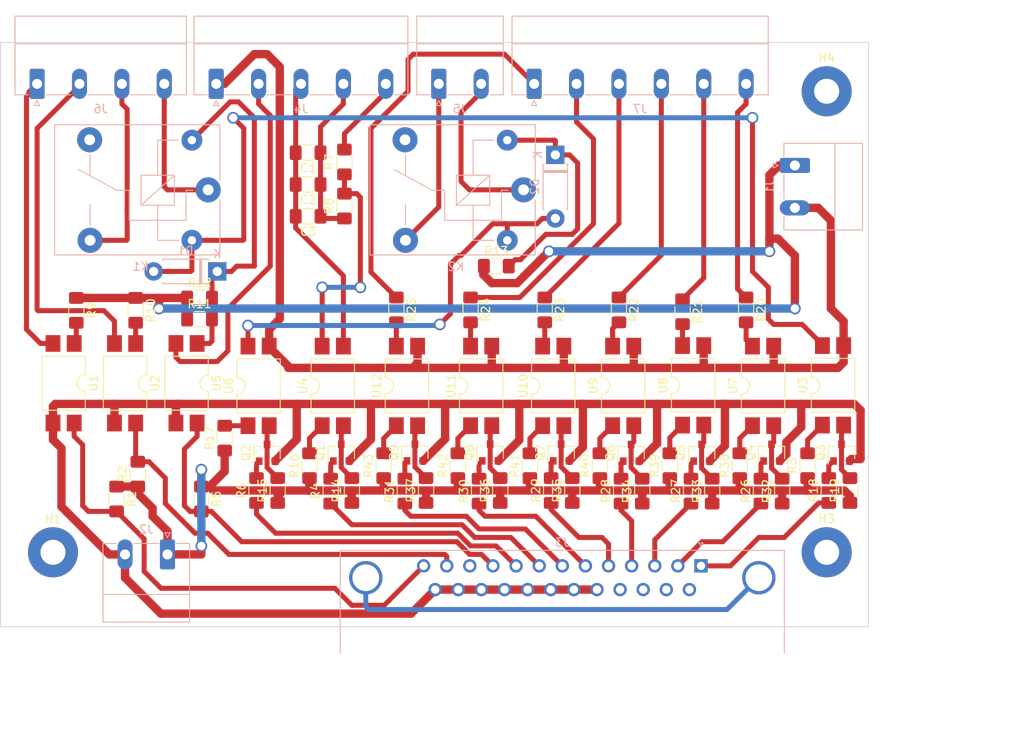
<source format=kicad_pcb>
(kicad_pcb (version 20171130) (host pcbnew 5.1.0-unknown-3692c51~94~ubuntu18.04.1)
  (layers (0 F.Cu signal) (31 B.Cu signal) (34 B.Paste user) (35 F.Paste user) (36 B.SilkS user) (37 F.SilkS user) (38 B.Mask user) (39 F.Mask user) (44 Edge.Cuts user))
  (net 0 "")
  (net 1 "Net-(C1-Pad2)")
  (net 2 "Net-(C1-Pad1)")
  (net 3 "Net-(D1-Pad2)")
  (net 4 "Net-(D1-Pad1)")
  (net 5 "Net-(D2-Pad2)")
  (net 6 "Net-(D2-Pad1)")
  (net 7 GND)
  (net 8 VCC)
  (net 9 /LPT_GND)
  (net 10 /LPT_VCC)
  (net 11 /EMERGENCY)
  (net 12 /PROBE)
  (net 13 /SPINDLE_ENC)
  (net 14 /SPINDLE_ENABLE)
  (net 15 /SPINDLE_PWM)
  (net 16 /AXIS_Z_STEP)
  (net 17 /AXIS_Z_DIR)
  (net 18 /AXIS_Y_STEP)
  (net 19 /AXIS_Y_DIR)
  (net 20 /AXIS_X_STEP)
  (net 21 /AXIS_X_DIR)
  (net 22 /ENABLE)
  (net 23 "Net-(J5-Pad2)")
  (net 24 "Net-(J5-Pad1)")
  (net 25 "Net-(J6-Pad4)")
  (net 26 "Net-(J6-Pad3)")
  (net 27 "Net-(J6-Pad2)")
  (net 28 "Net-(J6-Pad1)")
  (net 29 "Net-(J7-Pad6)")
  (net 30 "Net-(J7-Pad5)")
  (net 31 "Net-(J7-Pad4)")
  (net 32 "Net-(J7-Pad3)")
  (net 33 "Net-(J7-Pad2)")
  (net 34 "Net-(J7-Pad1)")
  (net 35 "Net-(K1-Pad4)")
  (net 36 "Net-(K2-Pad4)")
  (net 37 "Net-(R3-Pad2)")
  (net 38 "Net-(R7-Pad1)")
  (net 39 "Net-(R9-Pad2)")
  (net 40 "Net-(R10-Pad2)")
  (net 41 "Net-(R11-Pad2)")
  (net 42 "Net-(R16-Pad2)")
  (net 43 "Net-(R17-Pad2)")
  (net 44 "Net-(R20-Pad2)")
  (net 45 "Net-(R21-Pad2)")
  (net 46 "Net-(R22-Pad2)")
  (net 47 "Net-(R23-Pad2)")
  (net 48 "Net-(R24-Pad2)")
  (net 49 "Net-(R25-Pad2)")
  (net 50 "Net-(J4-Pad2)")
  (net 51 "Net-(J4-Pad5)")
  (net 52 "Net-(J3-Pad0)")
  (net 53 "Net-(J3-Pad17)")
  (net 54 "Net-(J3-Pad16)")
  (net 55 "Net-(J3-Pad15)")
  (net 56 "Net-(J3-Pad14)")
  (net 57 "Net-(J3-Pad11)")
  (net 58 "Net-(Q1-Pad3)")
  (net 59 "Net-(Q1-Pad1)")
  (net 60 "Net-(Q2-Pad3)")
  (net 61 "Net-(Q2-Pad1)")
  (net 62 "Net-(Q3-Pad3)")
  (net 63 "Net-(Q3-Pad1)")
  (net 64 "Net-(Q4-Pad3)")
  (net 65 "Net-(Q4-Pad1)")
  (net 66 "Net-(Q5-Pad3)")
  (net 67 "Net-(Q5-Pad1)")
  (net 68 "Net-(Q6-Pad3)")
  (net 69 "Net-(Q6-Pad1)")
  (net 70 "Net-(Q7-Pad3)")
  (net 71 "Net-(Q7-Pad1)")
  (net 72 "Net-(Q8-Pad3)")
  (net 73 "Net-(Q8-Pad1)")
  (net 74 "Net-(Q9-Pad3)")
  (net 75 "Net-(Q9-Pad1)")
  (net 76 "Net-(R38-Pad2)")
  (net 77 "Net-(R39-Pad2)")
  (net 78 "Net-(R40-Pad2)")
  (net 79 "Net-(R41-Pad2)")
  (net 80 "Net-(R42-Pad2)")
  (net 81 "Net-(R43-Pad2)")
  (module Connector_Dsub:DSUB-25_Male_Horizontal_P2.77x2.84mm_EdgePinOffset7.70mm_Housed_MountingHolesOffset9.12mm (layer B.Cu) (at 111.942 86.718 180)
    (fp_text reference J3 (at 16.62 2.8 180) (layer B.SilkS) (effects (justify mirror)))
    (fp_text value DB25_Male_MountingHoles)
    (pad 0 thru_hole circle (at 40.17 -1.42 180) (size 4 4) (drill 3.2) (layers *.Cu *.Mask) (net 52 "Net-(J3-Pad0)"))
    (pad 0 thru_hole circle (at -6.93 -1.42 180) (size 4 4) (drill 3.2) (layers *.Cu *.Mask) (net 52 "Net-(J3-Pad0)"))
    (pad 25 thru_hole circle (at 31.855 -2.84 180) (size 1.6 1.6) (drill 1) (layers *.Cu *.Mask) (net 9 /LPT_GND))
    (pad 24 thru_hole circle (at 29.085 -2.84 180) (size 1.6 1.6) (drill 1) (layers *.Cu *.Mask) (net 9 /LPT_GND))
    (pad 23 thru_hole circle (at 26.315 -2.84 180) (size 1.6 1.6) (drill 1) (layers *.Cu *.Mask) (net 9 /LPT_GND))
    (pad 22 thru_hole circle (at 23.545 -2.84 180) (size 1.6 1.6) (drill 1) (layers *.Cu *.Mask) (net 9 /LPT_GND))
    (pad 21 thru_hole circle (at 20.775 -2.84 180) (size 1.6 1.6) (drill 1) (layers *.Cu *.Mask) (net 9 /LPT_GND))
    (pad 20 thru_hole circle (at 18.005 -2.84 180) (size 1.6 1.6) (drill 1) (layers *.Cu *.Mask) (net 9 /LPT_GND))
    (pad 19 thru_hole circle (at 15.235 -2.84 180) (size 1.6 1.6) (drill 1) (layers *.Cu *.Mask) (net 9 /LPT_GND))
    (pad 18 thru_hole circle (at 12.465 -2.84 180) (size 1.6 1.6) (drill 1) (layers *.Cu *.Mask) (net 9 /LPT_GND))
    (pad 17 thru_hole circle (at 9.695 -2.84 180) (size 1.6 1.6) (drill 1) (layers *.Cu *.Mask) (net 53 "Net-(J3-Pad17)"))
    (pad 16 thru_hole circle (at 6.925 -2.84 180) (size 1.6 1.6) (drill 1) (layers *.Cu *.Mask) (net 54 "Net-(J3-Pad16)"))
    (pad 15 thru_hole circle (at 4.155 -2.84 180) (size 1.6 1.6) (drill 1) (layers *.Cu *.Mask) (net 55 "Net-(J3-Pad15)"))
    (pad 14 thru_hole circle (at 1.385 -2.84 180) (size 1.6 1.6) (drill 1) (layers *.Cu *.Mask) (net 56 "Net-(J3-Pad14)"))
    (pad 13 thru_hole circle (at 33.24 0 180) (size 1.6 1.6) (drill 1) (layers *.Cu *.Mask) (net 11 /EMERGENCY))
    (pad 12 thru_hole circle (at 30.47 0 180) (size 1.6 1.6) (drill 1) (layers *.Cu *.Mask) (net 12 /PROBE))
    (pad 11 thru_hole circle (at 27.7 0 180) (size 1.6 1.6) (drill 1) (layers *.Cu *.Mask) (net 57 "Net-(J3-Pad11)"))
    (pad 10 thru_hole circle (at 24.93 0 180) (size 1.6 1.6) (drill 1) (layers *.Cu *.Mask) (net 13 /SPINDLE_ENC))
    (pad 9 thru_hole circle (at 22.16 0 180) (size 1.6 1.6) (drill 1) (layers *.Cu *.Mask) (net 14 /SPINDLE_ENABLE))
    (pad 8 thru_hole circle (at 19.39 0 180) (size 1.6 1.6) (drill 1) (layers *.Cu *.Mask) (net 15 /SPINDLE_PWM))
    (pad 7 thru_hole circle (at 16.62 0 180) (size 1.6 1.6) (drill 1) (layers *.Cu *.Mask) (net 16 /AXIS_Z_STEP))
    (pad 6 thru_hole circle (at 13.85 0 180) (size 1.6 1.6) (drill 1) (layers *.Cu *.Mask) (net 17 /AXIS_Z_DIR))
    (pad 5 thru_hole circle (at 11.08 0 180) (size 1.6 1.6) (drill 1) (layers *.Cu *.Mask) (net 18 /AXIS_Y_STEP))
    (pad 4 thru_hole circle (at 8.31 0 180) (size 1.6 1.6) (drill 1) (layers *.Cu *.Mask) (net 19 /AXIS_Y_DIR))
    (pad 3 thru_hole circle (at 5.54 0 180) (size 1.6 1.6) (drill 1) (layers *.Cu *.Mask) (net 20 /AXIS_X_STEP))
    (pad 2 thru_hole circle (at 2.77 0 180) (size 1.6 1.6) (drill 1) (layers *.Cu *.Mask) (net 21 /AXIS_X_DIR))
    (pad 1 thru_hole rect (at 0 0 180) (size 1.6 1.6) (drill 1) (layers *.Cu *.Mask) (net 22 /ENABLE))
  )
  (module Package_TO_SOT_SMD:SOT-23 (layer F.Cu) (at 59.944 73.168 90)
    (fp_text reference Q2 (at 0 -2.5 90) (layer F.SilkS))
    (fp_text value BC847)
    (pad 3 smd rect (at 1 0 90) (size 0.9 0.8) (layers F.Cu F.Paste F.Mask) (net 60 "Net-(Q2-Pad3)"))
    (pad 2 smd rect (at -1 0.95 90) (size 0.9 0.8) (layers F.Cu F.Paste F.Mask) (net 9 /LPT_GND))
    (pad 1 smd rect (at -1 -0.95 90) (size 0.9 0.8) (layers F.Cu F.Paste F.Mask) (net 61 "Net-(Q2-Pad1)"))
  )
  (module Package_DIP:SMDIP-4_W9.53mm (layer F.Cu) (at 102.616 65.151 90)
    (fp_text reference U9 (at 0 -3.6 90) (layer F.SilkS))
    (fp_text value AXIS_Y_DIR)
    (pad 1 smd rect (at -4.765 -1.27 90) (size 2 1.78) (layers F.Cu F.Paste F.Mask) (net 78 "Net-(R40-Pad2)"))
    (pad 3 smd rect (at 4.765 1.27 90) (size 2 1.78) (layers F.Cu F.Paste F.Mask) (net 7 GND))
    (pad 2 smd rect (at -4.765 1.27 90) (size 2 1.78) (layers F.Cu F.Paste F.Mask) (net 68 "Net-(Q6-Pad3)"))
    (pad 4 smd rect (at 4.765 -1.27 90) (size 2 1.78) (layers F.Cu F.Paste F.Mask) (net 46 "Net-(R22-Pad2)"))
  )
  (module Resistor_SMD:R_1206_3216Metric_Pad1.42x1.75mm_HandSolder (layer F.Cu) (at 73.914 74.7125 90)
    (fp_text reference R43 (at 0 -1.82 90) (layer F.SilkS))
    (fp_text value 680R)
    (pad 2 smd roundrect (at 1.4875 0 90) (size 1.425 1.75) (layers F.Cu F.Paste F.Mask) (roundrect_rratio 0.175439) (net 81 "Net-(R43-Pad2)"))
    (pad 1 smd roundrect (at -1.4875 0 90) (size 1.425 1.75) (layers F.Cu F.Paste F.Mask) (roundrect_rratio 0.175439) (net 10 /LPT_VCC))
  )
  (module Resistor_SMD:R_1206_3216Metric_Pad1.42x1.75mm_HandSolder (layer F.Cu) (at 91.44 74.7125 90)
    (fp_text reference R41 (at 0 -1.82 90) (layer F.SilkS))
    (fp_text value 680R)
    (pad 2 smd roundrect (at 1.4875 0 90) (size 1.425 1.75) (layers F.Cu F.Paste F.Mask) (roundrect_rratio 0.175439) (net 79 "Net-(R41-Pad2)"))
    (pad 1 smd roundrect (at -1.4875 0 90) (size 1.425 1.75) (layers F.Cu F.Paste F.Mask) (roundrect_rratio 0.175439) (net 10 /LPT_VCC))
  )
  (module Resistor_SMD:R_1206_3216Metric_Pad1.42x1.75mm_HandSolder (layer F.Cu) (at 52.07 78.7035 270)
    (fp_text reference R5 (at 0 -1.82 270) (layer F.SilkS))
    (fp_text value 1k)
    (pad 2 smd roundrect (at 1.4875 0 270) (size 1.425 1.75) (layers F.Cu F.Paste F.Mask) (roundrect_rratio 0.175439) (net 13 /SPINDLE_ENC))
    (pad 1 smd roundrect (at -1.4875 0 270) (size 1.425 1.75) (layers F.Cu F.Paste F.Mask) (roundrect_rratio 0.175439) (net 10 /LPT_VCC))
  )
  (module Resistor_SMD:R_1206_3216Metric_Pad1.42x1.75mm_HandSolder (layer F.Cu) (at 44.45 75.7285 90)
    (fp_text reference R2 (at 0 -1.82 90) (layer F.SilkS))
    (fp_text value 1k)
    (pad 2 smd roundrect (at 1.4875 0 90) (size 1.425 1.75) (layers F.Cu F.Paste F.Mask) (roundrect_rratio 0.175439) (net 12 /PROBE))
    (pad 1 smd roundrect (at -1.4875 0 90) (size 1.425 1.75) (layers F.Cu F.Paste F.Mask) (roundrect_rratio 0.175439) (net 10 /LPT_VCC))
  )
  (module Resistor_SMD:R_1206_3216Metric_Pad1.42x1.75mm_HandSolder (layer F.Cu) (at 41.91 78.7035 270)
    (fp_text reference R1 (at 0 -1.82 270) (layer F.SilkS))
    (fp_text value 1k)
    (pad 2 smd roundrect (at 1.4875 0 270) (size 1.425 1.75) (layers F.Cu F.Paste F.Mask) (roundrect_rratio 0.175439) (net 11 /EMERGENCY))
    (pad 1 smd roundrect (at -1.4875 0 270) (size 1.425 1.75) (layers F.Cu F.Paste F.Mask) (roundrect_rratio 0.175439) (net 10 /LPT_VCC))
  )
  (module Resistor_SMD:R_1206_3216Metric_Pad1.42x1.75mm_HandSolder (layer F.Cu) (at 82.804 74.7125 90)
    (fp_text reference R42 (at 0 -1.82 90) (layer F.SilkS))
    (fp_text value 680R)
    (pad 2 smd roundrect (at 1.4875 0 90) (size 1.425 1.75) (layers F.Cu F.Paste F.Mask) (roundrect_rratio 0.175439) (net 80 "Net-(R42-Pad2)"))
    (pad 1 smd roundrect (at -1.4875 0 90) (size 1.425 1.75) (layers F.Cu F.Paste F.Mask) (roundrect_rratio 0.175439) (net 10 /LPT_VCC))
  )
  (module Resistor_SMD:R_1206_3216Metric_Pad1.42x1.75mm_HandSolder (layer F.Cu) (at 99.822 74.7125 90)
    (fp_text reference R40 (at 0 -1.82 90) (layer F.SilkS))
    (fp_text value 680R)
    (pad 2 smd roundrect (at 1.4875 0 90) (size 1.425 1.75) (layers F.Cu F.Paste F.Mask) (roundrect_rratio 0.175439) (net 78 "Net-(R40-Pad2)"))
    (pad 1 smd roundrect (at -1.4875 0 90) (size 1.425 1.75) (layers F.Cu F.Paste F.Mask) (roundrect_rratio 0.175439) (net 10 /LPT_VCC))
  )
  (module Resistor_SMD:R_1206_3216Metric_Pad1.42x1.75mm_HandSolder (layer F.Cu) (at 108.204 74.7125 90)
    (fp_text reference R39 (at 0 -1.82 90) (layer F.SilkS))
    (fp_text value 680R)
    (pad 2 smd roundrect (at 1.4875 0 90) (size 1.425 1.75) (layers F.Cu F.Paste F.Mask) (roundrect_rratio 0.175439) (net 77 "Net-(R39-Pad2)"))
    (pad 1 smd roundrect (at -1.4875 0 90) (size 1.425 1.75) (layers F.Cu F.Paste F.Mask) (roundrect_rratio 0.175439) (net 10 /LPT_VCC))
  )
  (module Resistor_SMD:R_1206_3216Metric_Pad1.42x1.75mm_HandSolder (layer F.Cu) (at 116.586 74.7125 90)
    (fp_text reference R38 (at 0 -1.82 90) (layer F.SilkS))
    (fp_text value 680R)
    (pad 2 smd roundrect (at 1.4875 0 90) (size 1.425 1.75) (layers F.Cu F.Paste F.Mask) (roundrect_rratio 0.175439) (net 76 "Net-(R38-Pad2)"))
    (pad 1 smd roundrect (at -1.4875 0 90) (size 1.425 1.75) (layers F.Cu F.Paste F.Mask) (roundrect_rratio 0.175439) (net 10 /LPT_VCC))
  )
  (module Resistor_SMD:R_1206_3216Metric_Pad1.42x1.75mm_HandSolder (layer F.Cu) (at 78.994 77.6875 90)
    (fp_text reference R37 (at 0 -1.82 90) (layer F.SilkS))
    (fp_text value 680R)
    (pad 2 smd roundrect (at 1.4875 0 90) (size 1.425 1.75) (layers F.Cu F.Paste F.Mask) (roundrect_rratio 0.175439) (net 74 "Net-(Q9-Pad3)"))
    (pad 1 smd roundrect (at -1.4875 0 90) (size 1.425 1.75) (layers F.Cu F.Paste F.Mask) (roundrect_rratio 0.175439) (net 10 /LPT_VCC))
  )
  (module Resistor_SMD:R_1206_3216Metric_Pad1.42x1.75mm_HandSolder (layer F.Cu) (at 87.884 77.6875 90)
    (fp_text reference R36 (at 0 -1.82 90) (layer F.SilkS))
    (fp_text value 680R)
    (pad 2 smd roundrect (at 1.4875 0 90) (size 1.425 1.75) (layers F.Cu F.Paste F.Mask) (roundrect_rratio 0.175439) (net 72 "Net-(Q8-Pad3)"))
    (pad 1 smd roundrect (at -1.4875 0 90) (size 1.425 1.75) (layers F.Cu F.Paste F.Mask) (roundrect_rratio 0.175439) (net 10 /LPT_VCC))
  )
  (module Resistor_SMD:R_1206_3216Metric_Pad1.42x1.75mm_HandSolder (layer F.Cu) (at 96.52 77.6875 90)
    (fp_text reference R35 (at 0 -1.82 90) (layer F.SilkS))
    (fp_text value 680R)
    (pad 2 smd roundrect (at 1.4875 0 90) (size 1.425 1.75) (layers F.Cu F.Paste F.Mask) (roundrect_rratio 0.175439) (net 70 "Net-(Q7-Pad3)"))
    (pad 1 smd roundrect (at -1.4875 0 90) (size 1.425 1.75) (layers F.Cu F.Paste F.Mask) (roundrect_rratio 0.175439) (net 10 /LPT_VCC))
  )
  (module Resistor_SMD:R_1206_3216Metric_Pad1.42x1.75mm_HandSolder (layer F.Cu) (at 104.902 77.7605 90)
    (fp_text reference R34 (at 0 -1.82 90) (layer F.SilkS))
    (fp_text value 680R)
    (pad 2 smd roundrect (at 1.4875 0 90) (size 1.425 1.75) (layers F.Cu F.Paste F.Mask) (roundrect_rratio 0.175439) (net 68 "Net-(Q6-Pad3)"))
    (pad 1 smd roundrect (at -1.4875 0 90) (size 1.425 1.75) (layers F.Cu F.Paste F.Mask) (roundrect_rratio 0.175439) (net 10 /LPT_VCC))
  )
  (module Resistor_SMD:R_1206_3216Metric_Pad1.42x1.75mm_HandSolder (layer F.Cu) (at 113.284 77.7605 90)
    (fp_text reference R33 (at 0 -1.82 90) (layer F.SilkS))
    (fp_text value 680R)
    (pad 2 smd roundrect (at 1.4875 0 90) (size 1.425 1.75) (layers F.Cu F.Paste F.Mask) (roundrect_rratio 0.175439) (net 66 "Net-(Q5-Pad3)"))
    (pad 1 smd roundrect (at -1.4875 0 90) (size 1.425 1.75) (layers F.Cu F.Paste F.Mask) (roundrect_rratio 0.175439) (net 10 /LPT_VCC))
  )
  (module Resistor_SMD:R_1206_3216Metric_Pad1.42x1.75mm_HandSolder (layer F.Cu) (at 121.666 77.7605 90)
    (fp_text reference R32 (at 0 -1.82 90) (layer F.SilkS))
    (fp_text value 680R)
    (pad 2 smd roundrect (at 1.4875 0 90) (size 1.425 1.75) (layers F.Cu F.Paste F.Mask) (roundrect_rratio 0.175439) (net 64 "Net-(Q4-Pad3)"))
    (pad 1 smd roundrect (at -1.4875 0 90) (size 1.425 1.75) (layers F.Cu F.Paste F.Mask) (roundrect_rratio 0.175439) (net 10 /LPT_VCC))
  )
  (module Resistor_SMD:R_1206_3216Metric_Pad1.42x1.75mm_HandSolder (layer F.Cu) (at 76.454 77.7605 90)
    (fp_text reference R31 (at 0 -1.82 90) (layer F.SilkS))
    (fp_text value 6k8)
    (pad 2 smd roundrect (at 1.4875 0 90) (size 1.425 1.75) (layers F.Cu F.Paste F.Mask) (roundrect_rratio 0.175439) (net 75 "Net-(Q9-Pad1)"))
    (pad 1 smd roundrect (at -1.4875 0 90) (size 1.425 1.75) (layers F.Cu F.Paste F.Mask) (roundrect_rratio 0.175439) (net 16 /AXIS_Z_STEP))
  )
  (module Resistor_SMD:R_1206_3216Metric_Pad1.42x1.75mm_HandSolder (layer F.Cu) (at 85.344 77.7605 90)
    (fp_text reference R30 (at 0 -1.82 90) (layer F.SilkS))
    (fp_text value 6k8)
    (pad 2 smd roundrect (at 1.4875 0 90) (size 1.425 1.75) (layers F.Cu F.Paste F.Mask) (roundrect_rratio 0.175439) (net 73 "Net-(Q8-Pad1)"))
    (pad 1 smd roundrect (at -1.4875 0 90) (size 1.425 1.75) (layers F.Cu F.Paste F.Mask) (roundrect_rratio 0.175439) (net 17 /AXIS_Z_DIR))
  )
  (module Resistor_SMD:R_1206_3216Metric_Pad1.42x1.75mm_HandSolder (layer F.Cu) (at 93.98 77.6875 90)
    (fp_text reference R29 (at 0 -1.82 90) (layer F.SilkS))
    (fp_text value 6k8)
    (pad 2 smd roundrect (at 1.4875 0 90) (size 1.425 1.75) (layers F.Cu F.Paste F.Mask) (roundrect_rratio 0.175439) (net 71 "Net-(Q7-Pad1)"))
    (pad 1 smd roundrect (at -1.4875 0 90) (size 1.425 1.75) (layers F.Cu F.Paste F.Mask) (roundrect_rratio 0.175439) (net 18 /AXIS_Y_STEP))
  )
  (module Resistor_SMD:R_1206_3216Metric_Pad1.42x1.75mm_HandSolder (layer F.Cu) (at 102.362 77.7605 90)
    (fp_text reference R28 (at 0 -1.82 90) (layer F.SilkS))
    (fp_text value 6k8)
    (pad 2 smd roundrect (at 1.4875 0 90) (size 1.425 1.75) (layers F.Cu F.Paste F.Mask) (roundrect_rratio 0.175439) (net 69 "Net-(Q6-Pad1)"))
    (pad 1 smd roundrect (at -1.4875 0 90) (size 1.425 1.75) (layers F.Cu F.Paste F.Mask) (roundrect_rratio 0.175439) (net 19 /AXIS_Y_DIR))
  )
  (module Resistor_SMD:R_1206_3216Metric_Pad1.42x1.75mm_HandSolder (layer F.Cu) (at 110.744 77.7605 90)
    (fp_text reference R27 (at 0 -1.82 90) (layer F.SilkS))
    (fp_text value 6k8)
    (pad 2 smd roundrect (at 1.4875 0 90) (size 1.425 1.75) (layers F.Cu F.Paste F.Mask) (roundrect_rratio 0.175439) (net 67 "Net-(Q5-Pad1)"))
    (pad 1 smd roundrect (at -1.4875 0 90) (size 1.425 1.75) (layers F.Cu F.Paste F.Mask) (roundrect_rratio 0.175439) (net 20 /AXIS_X_STEP))
  )
  (module Resistor_SMD:R_1206_3216Metric_Pad1.42x1.75mm_HandSolder (layer F.Cu) (at 119.126 77.7605 90)
    (fp_text reference R26 (at 0 -1.82 90) (layer F.SilkS))
    (fp_text value 6k8)
    (pad 2 smd roundrect (at 1.4875 0 90) (size 1.425 1.75) (layers F.Cu F.Paste F.Mask) (roundrect_rratio 0.175439) (net 65 "Net-(Q4-Pad1)"))
    (pad 1 smd roundrect (at -1.4875 0 90) (size 1.425 1.75) (layers F.Cu F.Paste F.Mask) (roundrect_rratio 0.175439) (net 21 /AXIS_X_DIR))
  )
  (module Resistor_SMD:R_1206_3216Metric_Pad1.42x1.75mm_HandSolder (layer F.Cu) (at 129.794 77.6875 90)
    (fp_text reference R19 (at 0 -1.82 90) (layer F.SilkS))
    (fp_text value 680R)
    (pad 2 smd roundrect (at 1.4875 0 90) (size 1.425 1.75) (layers F.Cu F.Paste F.Mask) (roundrect_rratio 0.175439) (net 62 "Net-(Q3-Pad3)"))
    (pad 1 smd roundrect (at -1.4875 0 90) (size 1.425 1.75) (layers F.Cu F.Paste F.Mask) (roundrect_rratio 0.175439) (net 10 /LPT_VCC))
  )
  (module Resistor_SMD:R_1206_3216Metric_Pad1.42x1.75mm_HandSolder (layer F.Cu) (at 127.254 77.6875 90)
    (fp_text reference R18 (at 0 -1.82 90) (layer F.SilkS))
    (fp_text value 6k8)
    (pad 2 smd roundrect (at 1.4875 0 90) (size 1.425 1.75) (layers F.Cu F.Paste F.Mask) (roundrect_rratio 0.175439) (net 63 "Net-(Q3-Pad1)"))
    (pad 1 smd roundrect (at -1.4875 0 90) (size 1.425 1.75) (layers F.Cu F.Paste F.Mask) (roundrect_rratio 0.175439) (net 22 /ENABLE))
  )
  (module Resistor_SMD:R_1206_3216Metric_Pad1.42x1.75mm_HandSolder (layer F.Cu) (at 54.864 71.4105 90)
    (fp_text reference R17 (at 0 -1.82 90) (layer F.SilkS))
    (fp_text value 680R)
    (pad 2 smd roundrect (at 1.4875 0 90) (size 1.425 1.75) (layers F.Cu F.Paste F.Mask) (roundrect_rratio 0.175439) (net 43 "Net-(R17-Pad2)"))
    (pad 1 smd roundrect (at -1.4875 0 90) (size 1.425 1.75) (layers F.Cu F.Paste F.Mask) (roundrect_rratio 0.175439) (net 10 /LPT_VCC))
  )
  (module Resistor_SMD:R_1206_3216Metric_Pad1.42x1.75mm_HandSolder (layer F.Cu) (at 65.024 74.7125 90)
    (fp_text reference R16 (at 0 -1.82 90) (layer F.SilkS))
    (fp_text value 680R)
    (pad 2 smd roundrect (at 1.4875 0 90) (size 1.425 1.75) (layers F.Cu F.Paste F.Mask) (roundrect_rratio 0.175439) (net 42 "Net-(R16-Pad2)"))
    (pad 1 smd roundrect (at -1.4875 0 90) (size 1.425 1.75) (layers F.Cu F.Paste F.Mask) (roundrect_rratio 0.175439) (net 10 /LPT_VCC))
  )
  (module Resistor_SMD:R_1206_3216Metric_Pad1.42x1.75mm_HandSolder (layer F.Cu) (at 61.214 77.6875 90)
    (fp_text reference R15 (at 0 -1.82 90) (layer F.SilkS))
    (fp_text value 680R)
    (pad 2 smd roundrect (at 1.4875 0 90) (size 1.425 1.75) (layers F.Cu F.Paste F.Mask) (roundrect_rratio 0.175439) (net 60 "Net-(Q2-Pad3)"))
    (pad 1 smd roundrect (at -1.4875 0 90) (size 1.425 1.75) (layers F.Cu F.Paste F.Mask) (roundrect_rratio 0.175439) (net 10 /LPT_VCC))
  )
  (module Resistor_SMD:R_1206_3216Metric_Pad1.42x1.75mm_HandSolder (layer F.Cu) (at 70.104 77.6875 90)
    (fp_text reference R14 (at 0 -1.82 90) (layer F.SilkS))
    (fp_text value 680R)
    (pad 2 smd roundrect (at 1.4875 0 90) (size 1.425 1.75) (layers F.Cu F.Paste F.Mask) (roundrect_rratio 0.175439) (net 58 "Net-(Q1-Pad3)"))
    (pad 1 smd roundrect (at -1.4875 0 90) (size 1.425 1.75) (layers F.Cu F.Paste F.Mask) (roundrect_rratio 0.175439) (net 10 /LPT_VCC))
  )
  (module Resistor_SMD:R_1206_3216Metric_Pad1.42x1.75mm_HandSolder (layer F.Cu) (at 58.674 77.6875 90)
    (fp_text reference R6 (at 0 -1.82 90) (layer F.SilkS))
    (fp_text value 6k8)
    (pad 2 smd roundrect (at 1.4875 0 90) (size 1.425 1.75) (layers F.Cu F.Paste F.Mask) (roundrect_rratio 0.175439) (net 61 "Net-(Q2-Pad1)"))
    (pad 1 smd roundrect (at -1.4875 0 90) (size 1.425 1.75) (layers F.Cu F.Paste F.Mask) (roundrect_rratio 0.175439) (net 14 /SPINDLE_ENABLE))
  )
  (module Resistor_SMD:R_1206_3216Metric_Pad1.42x1.75mm_HandSolder (layer F.Cu) (at 67.564 77.7605 90)
    (fp_text reference R4 (at 0 -1.82 90) (layer F.SilkS))
    (fp_text value 6k8)
    (pad 2 smd roundrect (at 1.4875 0 90) (size 1.425 1.75) (layers F.Cu F.Paste F.Mask) (roundrect_rratio 0.175439) (net 59 "Net-(Q1-Pad1)"))
    (pad 1 smd roundrect (at -1.4875 0 90) (size 1.425 1.75) (layers F.Cu F.Paste F.Mask) (roundrect_rratio 0.175439) (net 15 /SPINDLE_PWM))
  )
  (module Package_TO_SOT_SMD:SOT-23 (layer F.Cu) (at 77.658 73.136 90)
    (fp_text reference Q9 (at 0 -2.5 90) (layer F.SilkS))
    (fp_text value BC847)
    (pad 3 smd rect (at 1 0 90) (size 0.9 0.8) (layers F.Cu F.Paste F.Mask) (net 74 "Net-(Q9-Pad3)"))
    (pad 2 smd rect (at -1 0.95 90) (size 0.9 0.8) (layers F.Cu F.Paste F.Mask) (net 9 /LPT_GND))
    (pad 1 smd rect (at -1 -0.95 90) (size 0.9 0.8) (layers F.Cu F.Paste F.Mask) (net 75 "Net-(Q9-Pad1)"))
  )
  (module Package_TO_SOT_SMD:SOT-23 (layer F.Cu) (at 86.68 73.136 90)
    (fp_text reference Q8 (at 0 -2.5 90) (layer F.SilkS))
    (fp_text value BC847)
    (pad 3 smd rect (at 1 0 90) (size 0.9 0.8) (layers F.Cu F.Paste F.Mask) (net 72 "Net-(Q8-Pad3)"))
    (pad 2 smd rect (at -1 0.95 90) (size 0.9 0.8) (layers F.Cu F.Paste F.Mask) (net 9 /LPT_GND))
    (pad 1 smd rect (at -1 -0.95 90) (size 0.9 0.8) (layers F.Cu F.Paste F.Mask) (net 73 "Net-(Q8-Pad1)"))
  )
  (module Package_TO_SOT_SMD:SOT-23 (layer F.Cu) (at 95.184 73.136 90)
    (fp_text reference Q7 (at 0 -2.5 90) (layer F.SilkS))
    (fp_text value BC847)
    (pad 3 smd rect (at 1 0 90) (size 0.9 0.8) (layers F.Cu F.Paste F.Mask) (net 70 "Net-(Q7-Pad3)"))
    (pad 2 smd rect (at -1 0.95 90) (size 0.9 0.8) (layers F.Cu F.Paste F.Mask) (net 9 /LPT_GND))
    (pad 1 smd rect (at -1 -0.95 90) (size 0.9 0.8) (layers F.Cu F.Paste F.Mask) (net 71 "Net-(Q7-Pad1)"))
  )
  (module Package_TO_SOT_SMD:SOT-23 (layer F.Cu) (at 103.566 73.168 90)
    (fp_text reference Q6 (at 0 -2.5 90) (layer F.SilkS))
    (fp_text value BC847)
    (pad 3 smd rect (at 1 0 90) (size 0.9 0.8) (layers F.Cu F.Paste F.Mask) (net 68 "Net-(Q6-Pad3)"))
    (pad 2 smd rect (at -1 0.95 90) (size 0.9 0.8) (layers F.Cu F.Paste F.Mask) (net 9 /LPT_GND))
    (pad 1 smd rect (at -1 -0.95 90) (size 0.9 0.8) (layers F.Cu F.Paste F.Mask) (net 69 "Net-(Q6-Pad1)"))
  )
  (module Package_TO_SOT_SMD:SOT-23 (layer F.Cu) (at 112.014 73.168 90)
    (fp_text reference Q5 (at 0 -2.5 90) (layer F.SilkS))
    (fp_text value BC847)
    (pad 3 smd rect (at 1 0 90) (size 0.9 0.8) (layers F.Cu F.Paste F.Mask) (net 66 "Net-(Q5-Pad3)"))
    (pad 2 smd rect (at -1 0.95 90) (size 0.9 0.8) (layers F.Cu F.Paste F.Mask) (net 9 /LPT_GND))
    (pad 1 smd rect (at -1 -0.95 90) (size 0.9 0.8) (layers F.Cu F.Paste F.Mask) (net 67 "Net-(Q5-Pad1)"))
  )
  (module Package_TO_SOT_SMD:SOT-23 (layer F.Cu) (at 120.396 73.152 90)
    (fp_text reference Q4 (at 0 -2.5 90) (layer F.SilkS))
    (fp_text value BC847)
    (pad 3 smd rect (at 1 0 90) (size 0.9 0.8) (layers F.Cu F.Paste F.Mask) (net 64 "Net-(Q4-Pad3)"))
    (pad 2 smd rect (at -1 0.95 90) (size 0.9 0.8) (layers F.Cu F.Paste F.Mask) (net 9 /LPT_GND))
    (pad 1 smd rect (at -1 -0.95 90) (size 0.9 0.8) (layers F.Cu F.Paste F.Mask) (net 65 "Net-(Q4-Pad1)"))
  )
  (module Package_TO_SOT_SMD:SOT-23 (layer F.Cu) (at 128.778 73.152 90)
    (fp_text reference Q3 (at 0 -2.5 90) (layer F.SilkS))
    (fp_text value BC847)
    (pad 3 smd rect (at 1 0 90) (size 0.9 0.8) (layers F.Cu F.Paste F.Mask) (net 62 "Net-(Q3-Pad3)"))
    (pad 2 smd rect (at -1 0.95 90) (size 0.9 0.8) (layers F.Cu F.Paste F.Mask) (net 9 /LPT_GND))
    (pad 1 smd rect (at -1 -0.95 90) (size 0.9 0.8) (layers F.Cu F.Paste F.Mask) (net 63 "Net-(Q3-Pad1)"))
  )
  (module Package_TO_SOT_SMD:SOT-23 (layer F.Cu) (at 68.834 73.152 90)
    (fp_text reference Q1 (at 0 -2.5 90) (layer F.SilkS))
    (fp_text value BC847)
    (pad 3 smd rect (at 1 0 90) (size 0.9 0.8) (layers F.Cu F.Paste F.Mask) (net 58 "Net-(Q1-Pad3)"))
    (pad 2 smd rect (at -1 0.95 90) (size 0.9 0.8) (layers F.Cu F.Paste F.Mask) (net 9 /LPT_GND))
    (pad 1 smd rect (at -1 -0.95 90) (size 0.9 0.8) (layers F.Cu F.Paste F.Mask) (net 59 "Net-(Q1-Pad1)"))
  )
  (module Diode_THT:D_DO-41_SOD81_P7.62mm_Horizontal (layer B.Cu) (at 53.975 51.435 180)
    (fp_text reference D1 (at 3.81 2.47 180) (layer B.SilkS) (effects (justify mirror)))
    (fp_text value D)
    (fp_text user K (at 0 2.1 180) (layer B.SilkS) (effects (justify mirror)))
    (pad 1 thru_hole rect (at 0 0 180) (size 2.2 2.2) (drill 1.1) (layers *.Cu *.Mask) (net 4 "Net-(D1-Pad1)"))
    (pad 2 thru_hole oval (at 7.62 0 180) (size 2.2 2.2) (drill 1.1) (layers *.Cu *.Mask) (net 3 "Net-(D1-Pad2)"))
  )
  (module Connector_Phoenix_MC_HighVoltage:PhoenixContact_MC_1,5_2-G-5.08_1x02_P5.08mm_Horizontal (layer B.Cu) (at 80.518 28.956)
    (fp_text reference J5 (at 2.54 3) (layer B.SilkS) (effects (justify mirror)))
    (fp_text value SPINDLE_ENABLE)
    (pad 1 thru_hole roundrect (at 0 0) (size 1.8 3.6) (drill 1.2) (layers *.Cu *.Mask) (roundrect_rratio 0.138889) (net 24 "Net-(J5-Pad1)"))
    (pad 2 thru_hole oval (at 5.08 0) (size 1.8 3.6) (drill 1.2) (layers *.Cu *.Mask) (net 23 "Net-(J5-Pad2)"))
  )
  (module Relay_THT:Relay_SPDT_SANYOU_SRD_Series_Form_C (layer B.Cu) (at 52.885 41.656 180)
    (fp_text reference K1 (at 8.1 -9.2 180) (layer B.SilkS) (effects (justify mirror)))
    (fp_text value SANYOU_SRD_Form_C)
    (pad 2 thru_hole circle (at 1.95 -6.05 90) (size 2.5 2.5) (drill 1) (layers *.Cu *.Mask) (net 3 "Net-(D1-Pad2)"))
    (pad 3 thru_hole circle (at 14.15 -6.05 90) (size 3 3) (drill 1.3) (layers *.Cu *.Mask) (net 26 "Net-(J6-Pad3)"))
    (pad 4 thru_hole circle (at 14.2 6 90) (size 3 3) (drill 1.3) (layers *.Cu *.Mask) (net 35 "Net-(K1-Pad4)"))
    (pad 5 thru_hole circle (at 1.95 5.95 90) (size 2.5 2.5) (drill 1) (layers *.Cu *.Mask) (net 4 "Net-(D1-Pad1)"))
    (pad 1 thru_hole circle (at 0 0 90) (size 3 3) (drill 1.3) (layers *.Cu *.Mask) (net 25 "Net-(J6-Pad4)"))
  )
  (module MountingHole:MountingHole_3mm_Pad (layer F.Cu) (at 127 29.845)
    (fp_text reference H4 (at 0 -4) (layer F.SilkS))
    (fp_text value MountingHole)
    (pad 1 thru_hole circle (at 0 0) (size 6 6) (drill 3) (layers *.Cu *.Mask))
  )
  (module Relay_THT:Relay_SPDT_SANYOU_SRD_Series_Form_C (layer B.Cu) (at 90.678 41.656 180)
    (fp_text reference K2 (at 8.1 -9.2 180) (layer B.SilkS) (effects (justify mirror)))
    (fp_text value SANYOU_SRD_Form_C)
    (pad 2 thru_hole circle (at 1.95 -6.05 90) (size 2.5 2.5) (drill 1) (layers *.Cu *.Mask) (net 5 "Net-(D2-Pad2)"))
    (pad 3 thru_hole circle (at 14.15 -6.05 90) (size 3 3) (drill 1.3) (layers *.Cu *.Mask) (net 24 "Net-(J5-Pad1)"))
    (pad 4 thru_hole circle (at 14.2 6 90) (size 3 3) (drill 1.3) (layers *.Cu *.Mask) (net 36 "Net-(K2-Pad4)"))
    (pad 5 thru_hole circle (at 1.95 5.95 90) (size 2.5 2.5) (drill 1) (layers *.Cu *.Mask) (net 6 "Net-(D2-Pad1)"))
    (pad 1 thru_hole circle (at 0 0 90) (size 3 3) (drill 1.3) (layers *.Cu *.Mask) (net 23 "Net-(J5-Pad2)"))
  )
  (module Connector_Phoenix_MC_HighVoltage:PhoenixContact_MC_1,5_6-G-5.08_1x06_P5.08mm_Horizontal (layer B.Cu) (at 91.948 28.956)
    (fp_text reference J7 (at 12.7 3) (layer B.SilkS) (effects (justify mirror)))
    (fp_text value AXIS_XYZ)
    (pad 1 thru_hole roundrect (at 0 0) (size 1.8 3.6) (drill 1.2) (layers *.Cu *.Mask) (roundrect_rratio 0.138889) (net 34 "Net-(J7-Pad1)"))
    (pad 2 thru_hole oval (at 5.08 0) (size 1.8 3.6) (drill 1.2) (layers *.Cu *.Mask) (net 33 "Net-(J7-Pad2)"))
    (pad 3 thru_hole oval (at 10.16 0) (size 1.8 3.6) (drill 1.2) (layers *.Cu *.Mask) (net 32 "Net-(J7-Pad3)"))
    (pad 4 thru_hole oval (at 15.24 0) (size 1.8 3.6) (drill 1.2) (layers *.Cu *.Mask) (net 31 "Net-(J7-Pad4)"))
    (pad 5 thru_hole oval (at 20.32 0) (size 1.8 3.6) (drill 1.2) (layers *.Cu *.Mask) (net 30 "Net-(J7-Pad5)"))
    (pad 6 thru_hole oval (at 25.4 0) (size 1.8 3.6) (drill 1.2) (layers *.Cu *.Mask) (net 29 "Net-(J7-Pad6)"))
  )
  (module MountingHole:MountingHole_3mm_Pad (layer F.Cu) (at 127 85.09)
    (fp_text reference H3 (at 0 -4) (layer F.SilkS))
    (fp_text value MountingHole)
    (pad 1 thru_hole circle (at 0 0) (size 6 6) (drill 3) (layers *.Cu *.Mask))
  )
  (module Package_DIP:SMDIP-4_W9.53mm (layer F.Cu) (at 50.292 64.831 270)
    (fp_text reference U5 (at 0 -3.6 270) (layer F.SilkS))
    (fp_text value SPINDLE_ENC)
    (pad 1 smd rect (at -4.765 -1.27 270) (size 2 1.78) (layers F.Cu F.Paste F.Mask) (net 41 "Net-(R11-Pad2)"))
    (pad 3 smd rect (at 4.765 1.27 270) (size 2 1.78) (layers F.Cu F.Paste F.Mask) (net 9 /LPT_GND))
    (pad 2 smd rect (at -4.765 1.27 270) (size 2 1.78) (layers F.Cu F.Paste F.Mask) (net 50 "Net-(J4-Pad2)"))
    (pad 4 smd rect (at 4.765 -1.27 270) (size 2 1.78) (layers F.Cu F.Paste F.Mask) (net 13 /SPINDLE_ENC))
  )
  (module Capacitor_SMD:C_1206_3216Metric_Pad1.42x1.75mm_HandSolder (layer F.Cu) (at 64.8605 44.831 180)
    (fp_text reference C3 (at 0 -1.82 180) (layer F.SilkS))
    (fp_text value 1u)
    (pad 1 smd roundrect (at -1.4875 0 180) (size 1.425 1.75) (layers F.Cu F.Paste F.Mask) (roundrect_rratio 0.175439) (net 2 "Net-(C1-Pad1)"))
    (pad 2 smd roundrect (at 1.4875 0 180) (size 1.425 1.75) (layers F.Cu F.Paste F.Mask) (roundrect_rratio 0.175439) (net 1 "Net-(C1-Pad2)"))
  )
  (module Capacitor_SMD:C_1206_3216Metric_Pad1.42x1.75mm_HandSolder (layer F.Cu) (at 64.8605 41.021 180)
    (fp_text reference C2 (at 0 -1.82 180) (layer F.SilkS))
    (fp_text value 1u)
    (pad 1 smd roundrect (at -1.4875 0 180) (size 1.425 1.75) (layers F.Cu F.Paste F.Mask) (roundrect_rratio 0.175439) (net 2 "Net-(C1-Pad1)"))
    (pad 2 smd roundrect (at 1.4875 0 180) (size 1.425 1.75) (layers F.Cu F.Paste F.Mask) (roundrect_rratio 0.175439) (net 1 "Net-(C1-Pad2)"))
  )
  (module Resistor_SMD:R_1206_3216Metric_Pad1.42x1.75mm_HandSolder (layer F.Cu) (at 69.215 38.3175 90)
    (fp_text reference R7 (at 0 -1.82 90) (layer F.SilkS))
    (fp_text value 1k)
    (pad 1 smd roundrect (at -1.4875 0 90) (size 1.425 1.75) (layers F.Cu F.Paste F.Mask) (roundrect_rratio 0.175439) (net 38 "Net-(R7-Pad1)"))
    (pad 2 smd roundrect (at 1.4875 0 90) (size 1.425 1.75) (layers F.Cu F.Paste F.Mask) (roundrect_rratio 0.175439) (net 51 "Net-(J4-Pad5)"))
  )
  (module Capacitor_SMD:C_1206_3216Metric_Pad1.42x1.75mm_HandSolder (layer F.Cu) (at 64.8605 37.211 180)
    (fp_text reference C1 (at 0 -1.82 180) (layer F.SilkS))
    (fp_text value 1u)
    (pad 1 smd roundrect (at -1.4875 0 180) (size 1.425 1.75) (layers F.Cu F.Paste F.Mask) (roundrect_rratio 0.175439) (net 2 "Net-(C1-Pad1)"))
    (pad 2 smd roundrect (at 1.4875 0 180) (size 1.425 1.75) (layers F.Cu F.Paste F.Mask) (roundrect_rratio 0.175439) (net 1 "Net-(C1-Pad2)"))
  )
  (module Resistor_SMD:R_1206_3216Metric_Pad1.42x1.75mm_HandSolder (layer F.Cu) (at 69.215 43.5975 90)
    (fp_text reference R8 (at 0 -1.82 90) (layer F.SilkS))
    (fp_text value 680k)
    (pad 1 smd roundrect (at -1.4875 0 90) (size 1.425 1.75) (layers F.Cu F.Paste F.Mask) (roundrect_rratio 0.175439) (net 2 "Net-(C1-Pad1)"))
    (pad 2 smd roundrect (at 1.4875 0 90) (size 1.425 1.75) (layers F.Cu F.Paste F.Mask) (roundrect_rratio 0.175439) (net 38 "Net-(R7-Pad1)"))
  )
  (module MountingHole:MountingHole_3mm_Pad (layer F.Cu) (at 34.29 85.09)
    (fp_text reference H1 (at 0 -4) (layer F.SilkS))
    (fp_text value MountingHole)
    (pad 1 thru_hole circle (at 0 0) (size 6 6) (drill 3) (layers *.Cu *.Mask))
  )
  (module Connector_Phoenix_MC_HighVoltage:PhoenixContact_MC_1,5_4-G-5.08_1x04_P5.08mm_Horizontal (layer B.Cu) (at 32.385 28.956)
    (fp_text reference J6 (at 7.62 3) (layer B.SilkS) (effects (justify mirror)))
    (fp_text value EMERGENCY_PROBE_ENABLE)
    (pad 1 thru_hole roundrect (at 0 0) (size 1.8 3.6) (drill 1.2) (layers *.Cu *.Mask) (roundrect_rratio 0.138889) (net 28 "Net-(J6-Pad1)"))
    (pad 2 thru_hole oval (at 5.08 0) (size 1.8 3.6) (drill 1.2) (layers *.Cu *.Mask) (net 27 "Net-(J6-Pad2)"))
    (pad 3 thru_hole oval (at 10.16 0) (size 1.8 3.6) (drill 1.2) (layers *.Cu *.Mask) (net 26 "Net-(J6-Pad3)"))
    (pad 4 thru_hole oval (at 15.24 0) (size 1.8 3.6) (drill 1.2) (layers *.Cu *.Mask) (net 25 "Net-(J6-Pad4)"))
  )
  (module Connector_Phoenix_MC_HighVoltage:PhoenixContact_MC_1,5_2-G-5.08_1x02_P5.08mm_Horizontal (layer B.Cu) (at 123.19 38.735 270)
    (fp_text reference J1 (at 2.54 3 270) (layer B.SilkS) (effects (justify mirror)))
    (fp_text value 24V_IN)
    (pad 1 thru_hole roundrect (at 0 0 270) (size 1.8 3.6) (drill 1.2) (layers *.Cu *.Mask) (roundrect_rratio 0.138889) (net 8 VCC))
    (pad 2 thru_hole oval (at 5.08 0 270) (size 1.8 3.6) (drill 1.2) (layers *.Cu *.Mask) (net 7 GND))
  )
  (module Connector_Phoenix_MC_HighVoltage:PhoenixContact_MC_1,5_5-G-5.08_1x05_P5.08mm_Horizontal (layer B.Cu) (at 53.848 28.956)
    (fp_text reference J4 (at 10.16 3) (layer B.SilkS) (effects (justify mirror)))
    (fp_text value SPINDLE_PWM_ENC)
    (pad 1 thru_hole roundrect (at 0 0) (size 1.8 3.6) (drill 1.2) (layers *.Cu *.Mask) (roundrect_rratio 0.138889) (net 7 GND))
    (pad 2 thru_hole oval (at 5.08 0) (size 1.8 3.6) (drill 1.2) (layers *.Cu *.Mask) (net 50 "Net-(J4-Pad2)"))
    (pad 3 thru_hole oval (at 10.16 0) (size 1.8 3.6) (drill 1.2) (layers *.Cu *.Mask) (net 1 "Net-(C1-Pad2)"))
    (pad 4 thru_hole oval (at 15.24 0) (size 1.8 3.6) (drill 1.2) (layers *.Cu *.Mask) (net 2 "Net-(C1-Pad1)"))
    (pad 5 thru_hole oval (at 20.32 0) (size 1.8 3.6) (drill 1.2) (layers *.Cu *.Mask) (net 51 "Net-(J4-Pad5)"))
  )
  (module Package_DIP:SMDIP-4_W9.53mm (layer F.Cu) (at 67.818 65.151 90)
    (fp_text reference U4 (at 0 -3.6 90) (layer F.SilkS))
    (fp_text value SPINDLE_PWM)
    (pad 1 smd rect (at -4.765 -1.27 90) (size 2 1.78) (layers F.Cu F.Paste F.Mask) (net 42 "Net-(R16-Pad2)"))
    (pad 3 smd rect (at 4.765 1.27 90) (size 2 1.78) (layers F.Cu F.Paste F.Mask) (net 1 "Net-(C1-Pad2)"))
    (pad 2 smd rect (at -4.765 1.27 90) (size 2 1.78) (layers F.Cu F.Paste F.Mask) (net 58 "Net-(Q1-Pad3)"))
    (pad 4 smd rect (at 4.765 -1.27 90) (size 2 1.78) (layers F.Cu F.Paste F.Mask) (net 38 "Net-(R7-Pad1)"))
  )
  (module Package_DIP:SMDIP-4_W9.53mm (layer F.Cu) (at 85.598 65.151 90)
    (fp_text reference U11 (at 0 -3.6 90) (layer F.SilkS))
    (fp_text value AXIS_Z_DIR)
    (pad 1 smd rect (at -4.765 -1.27 90) (size 2 1.78) (layers F.Cu F.Paste F.Mask) (net 80 "Net-(R42-Pad2)"))
    (pad 3 smd rect (at 4.765 1.27 90) (size 2 1.78) (layers F.Cu F.Paste F.Mask) (net 7 GND))
    (pad 2 smd rect (at -4.765 1.27 90) (size 2 1.78) (layers F.Cu F.Paste F.Mask) (net 72 "Net-(Q8-Pad3)"))
    (pad 4 smd rect (at 4.765 -1.27 90) (size 2 1.78) (layers F.Cu F.Paste F.Mask) (net 48 "Net-(R24-Pad2)"))
  )
  (module Package_DIP:SMDIP-4_W9.53mm (layer F.Cu) (at 42.926 64.836 270)
    (fp_text reference U2 (at 0 -3.6 270) (layer F.SilkS))
    (fp_text value PROBE)
    (pad 1 smd rect (at -4.765 -1.27 270) (size 2 1.78) (layers F.Cu F.Paste F.Mask) (net 40 "Net-(R10-Pad2)"))
    (pad 3 smd rect (at 4.765 1.27 270) (size 2 1.78) (layers F.Cu F.Paste F.Mask) (net 9 /LPT_GND))
    (pad 2 smd rect (at -4.765 1.27 270) (size 2 1.78) (layers F.Cu F.Paste F.Mask) (net 27 "Net-(J6-Pad2)"))
    (pad 4 smd rect (at 4.765 -1.27 270) (size 2 1.78) (layers F.Cu F.Paste F.Mask) (net 12 /PROBE))
  )
  (module Resistor_SMD:R_1206_3216Metric_Pad1.42x1.75mm_HandSolder (layer F.Cu) (at 109.728 56.261 270)
    (fp_text reference R21 (at 0 -1.82 270) (layer F.SilkS))
    (fp_text value 1k)
    (pad 1 smd roundrect (at -1.4875 0 270) (size 1.425 1.75) (layers F.Cu F.Paste F.Mask) (roundrect_rratio 0.175439) (net 30 "Net-(J7-Pad5)"))
    (pad 2 smd roundrect (at 1.4875 0 270) (size 1.425 1.75) (layers F.Cu F.Paste F.Mask) (roundrect_rratio 0.175439) (net 45 "Net-(R21-Pad2)"))
  )
  (module Resistor_SMD:R_1206_3216Metric_Pad1.42x1.75mm_HandSolder (layer F.Cu) (at 117.348 56.0435 270)
    (fp_text reference R20 (at 0 -1.82 270) (layer F.SilkS))
    (fp_text value 1k)
    (pad 1 smd roundrect (at -1.4875 0 270) (size 1.425 1.75) (layers F.Cu F.Paste F.Mask) (roundrect_rratio 0.175439) (net 29 "Net-(J7-Pad6)"))
    (pad 2 smd roundrect (at 1.4875 0 270) (size 1.425 1.75) (layers F.Cu F.Paste F.Mask) (roundrect_rratio 0.175439) (net 44 "Net-(R20-Pad2)"))
  )
  (module Connector_Phoenix_MC_HighVoltage:PhoenixContact_MC_1,5_2-G-5.08_1x02_P5.08mm_Horizontal (layer B.Cu) (at 48.006 85.344 180)
    (fp_text reference J2 (at 2.54 3 180) (layer B.SilkS) (effects (justify mirror)))
    (fp_text value 5V_IN)
    (pad 1 thru_hole roundrect (at 0 0 180) (size 1.8 3.6) (drill 1.2) (layers *.Cu *.Mask) (roundrect_rratio 0.138889) (net 10 /LPT_VCC))
    (pad 2 thru_hole oval (at 5.08 0 180) (size 1.8 3.6) (drill 1.2) (layers *.Cu *.Mask) (net 9 /LPT_GND))
  )
  (module Package_DIP:SMDIP-4_W9.53mm (layer F.Cu) (at 35.56 64.831 270)
    (fp_text reference U1 (at 0 -3.6 270) (layer F.SilkS))
    (fp_text value EMERGENCY)
    (pad 1 smd rect (at -4.765 -1.27 270) (size 2 1.78) (layers F.Cu F.Paste F.Mask) (net 39 "Net-(R9-Pad2)"))
    (pad 3 smd rect (at 4.765 1.27 270) (size 2 1.78) (layers F.Cu F.Paste F.Mask) (net 9 /LPT_GND))
    (pad 2 smd rect (at -4.765 1.27 270) (size 2 1.78) (layers F.Cu F.Paste F.Mask) (net 28 "Net-(J6-Pad1)"))
    (pad 4 smd rect (at 4.765 -1.27 270) (size 2 1.78) (layers F.Cu F.Paste F.Mask) (net 11 /EMERGENCY))
  )
  (module Resistor_SMD:R_1206_3216Metric_Pad1.42x1.75mm_HandSolder (layer F.Cu) (at 51.8525 57.15)
    (fp_text reference R11 (at 0 -1.82) (layer F.SilkS))
    (fp_text value 1k)
    (pad 1 smd roundrect (at -1.4875 0) (size 1.425 1.75) (layers F.Cu F.Paste F.Mask) (roundrect_rratio 0.175439) (net 8 VCC))
    (pad 2 smd roundrect (at 1.4875 0) (size 1.425 1.75) (layers F.Cu F.Paste F.Mask) (roundrect_rratio 0.175439) (net 41 "Net-(R11-Pad2)"))
  )
  (module Package_DIP:SMDIP-4_W9.53mm (layer F.Cu) (at 119.38 65.151 90)
    (fp_text reference U7 (at 0 -3.6 90) (layer F.SilkS))
    (fp_text value AXIS_X_DIR)
    (pad 1 smd rect (at -4.765 -1.27 90) (size 2 1.78) (layers F.Cu F.Paste F.Mask) (net 76 "Net-(R38-Pad2)"))
    (pad 3 smd rect (at 4.765 1.27 90) (size 2 1.78) (layers F.Cu F.Paste F.Mask) (net 7 GND))
    (pad 2 smd rect (at -4.765 1.27 90) (size 2 1.78) (layers F.Cu F.Paste F.Mask) (net 64 "Net-(Q4-Pad3)"))
    (pad 4 smd rect (at 4.765 -1.27 90) (size 2 1.78) (layers F.Cu F.Paste F.Mask) (net 44 "Net-(R20-Pad2)"))
  )
  (module Package_DIP:SMDIP-4_W9.53mm (layer F.Cu) (at 110.998 65.085 90)
    (fp_text reference U8 (at 0 -3.6 90) (layer F.SilkS))
    (fp_text value AXIS_X_STEP)
    (pad 1 smd rect (at -4.765 -1.27 90) (size 2 1.78) (layers F.Cu F.Paste F.Mask) (net 77 "Net-(R39-Pad2)"))
    (pad 3 smd rect (at 4.765 1.27 90) (size 2 1.78) (layers F.Cu F.Paste F.Mask) (net 7 GND))
    (pad 2 smd rect (at -4.765 1.27 90) (size 2 1.78) (layers F.Cu F.Paste F.Mask) (net 66 "Net-(Q5-Pad3)"))
    (pad 4 smd rect (at 4.765 -1.27 90) (size 2 1.78) (layers F.Cu F.Paste F.Mask) (net 45 "Net-(R21-Pad2)"))
  )
  (module Resistor_SMD:R_1206_3216Metric_Pad1.42x1.75mm_HandSolder (layer F.Cu) (at 124.714 74.7125 90)
    (fp_text reference R3 (at 0 -1.82 90) (layer F.SilkS))
    (fp_text value 680R)
    (pad 1 smd roundrect (at -1.4875 0 90) (size 1.425 1.75) (layers F.Cu F.Paste F.Mask) (roundrect_rratio 0.175439) (net 10 /LPT_VCC))
    (pad 2 smd roundrect (at 1.4875 0 90) (size 1.425 1.75) (layers F.Cu F.Paste F.Mask) (roundrect_rratio 0.175439) (net 37 "Net-(R3-Pad2)"))
  )
  (module Package_DIP:SMDIP-4_W9.53mm (layer F.Cu) (at 127.762 65.085 90)
    (fp_text reference U3 (at 0 -3.6 90) (layer F.SilkS))
    (fp_text value ENABLE)
    (pad 1 smd rect (at -4.765 -1.27 90) (size 2 1.78) (layers F.Cu F.Paste F.Mask) (net 37 "Net-(R3-Pad2)"))
    (pad 3 smd rect (at 4.765 1.27 90) (size 2 1.78) (layers F.Cu F.Paste F.Mask) (net 7 GND))
    (pad 2 smd rect (at -4.765 1.27 90) (size 2 1.78) (layers F.Cu F.Paste F.Mask) (net 62 "Net-(Q3-Pad3)"))
    (pad 4 smd rect (at 4.765 -1.27 90) (size 2 1.78) (layers F.Cu F.Paste F.Mask) (net 3 "Net-(D1-Pad2)"))
  )
  (module Package_DIP:SMDIP-4_W9.53mm (layer F.Cu) (at 76.708 65.151 90)
    (fp_text reference U12 (at 0 -3.6 90) (layer F.SilkS))
    (fp_text value AXIS_Z_STEP)
    (pad 1 smd rect (at -4.765 -1.27 90) (size 2 1.78) (layers F.Cu F.Paste F.Mask) (net 81 "Net-(R43-Pad2)"))
    (pad 3 smd rect (at 4.765 1.27 90) (size 2 1.78) (layers F.Cu F.Paste F.Mask) (net 7 GND))
    (pad 2 smd rect (at -4.765 1.27 90) (size 2 1.78) (layers F.Cu F.Paste F.Mask) (net 74 "Net-(Q9-Pad3)"))
    (pad 4 smd rect (at 4.765 -1.27 90) (size 2 1.78) (layers F.Cu F.Paste F.Mask) (net 49 "Net-(R25-Pad2)"))
  )
  (module Resistor_SMD:R_1206_3216Metric_Pad1.42x1.75mm_HandSolder (layer F.Cu) (at 93.218 56.0435 270)
    (fp_text reference R23 (at 0 -1.82 270) (layer F.SilkS))
    (fp_text value 1k)
    (pad 1 smd roundrect (at -1.4875 0 270) (size 1.425 1.75) (layers F.Cu F.Paste F.Mask) (roundrect_rratio 0.175439) (net 32 "Net-(J7-Pad3)"))
    (pad 2 smd roundrect (at 1.4875 0 270) (size 1.425 1.75) (layers F.Cu F.Paste F.Mask) (roundrect_rratio 0.175439) (net 47 "Net-(R23-Pad2)"))
  )
  (module Resistor_SMD:R_1206_3216Metric_Pad1.42x1.75mm_HandSolder (layer F.Cu) (at 84.328 56.0435 270)
    (fp_text reference R24 (at 0 -1.82 270) (layer F.SilkS))
    (fp_text value 1k)
    (pad 1 smd roundrect (at -1.4875 0 270) (size 1.425 1.75) (layers F.Cu F.Paste F.Mask) (roundrect_rratio 0.175439) (net 33 "Net-(J7-Pad2)"))
    (pad 2 smd roundrect (at 1.4875 0 270) (size 1.425 1.75) (layers F.Cu F.Paste F.Mask) (roundrect_rratio 0.175439) (net 48 "Net-(R24-Pad2)"))
  )
  (module Package_DIP:SMDIP-4_W9.53mm (layer F.Cu) (at 58.928 65.151 90)
    (fp_text reference U6 (at 0 -3.6 90) (layer F.SilkS))
    (fp_text value SPINDLE_ENABLE)
    (pad 1 smd rect (at -4.765 -1.27 90) (size 2 1.78) (layers F.Cu F.Paste F.Mask) (net 43 "Net-(R17-Pad2)"))
    (pad 3 smd rect (at 4.765 1.27 90) (size 2 1.78) (layers F.Cu F.Paste F.Mask) (net 7 GND))
    (pad 2 smd rect (at -4.765 1.27 90) (size 2 1.78) (layers F.Cu F.Paste F.Mask) (net 60 "Net-(Q2-Pad3)"))
    (pad 4 smd rect (at 4.765 -1.27 90) (size 2 1.78) (layers F.Cu F.Paste F.Mask) (net 5 "Net-(D2-Pad2)"))
  )
  (module Resistor_SMD:R_1206_3216Metric_Pad1.42x1.75mm_HandSolder (layer F.Cu) (at 44.196 56.0975 270)
    (fp_text reference R10 (at 0 -1.82 270) (layer F.SilkS))
    (fp_text value 1k)
    (pad 1 smd roundrect (at -1.4875 0 270) (size 1.425 1.75) (layers F.Cu F.Paste F.Mask) (roundrect_rratio 0.175439) (net 8 VCC))
    (pad 2 smd roundrect (at 1.4875 0 270) (size 1.425 1.75) (layers F.Cu F.Paste F.Mask) (roundrect_rratio 0.175439) (net 40 "Net-(R10-Pad2)"))
  )
  (module Resistor_SMD:R_1206_3216Metric_Pad1.42x1.75mm_HandSolder (layer F.Cu) (at 102.108 56.0435 270)
    (fp_text reference R22 (at 0 -1.82 270) (layer F.SilkS))
    (fp_text value 1k)
    (pad 1 smd roundrect (at -1.4875 0 270) (size 1.425 1.75) (layers F.Cu F.Paste F.Mask) (roundrect_rratio 0.175439) (net 31 "Net-(J7-Pad4)"))
    (pad 2 smd roundrect (at 1.4875 0 270) (size 1.425 1.75) (layers F.Cu F.Paste F.Mask) (roundrect_rratio 0.175439) (net 46 "Net-(R22-Pad2)"))
  )
  (module Resistor_SMD:R_1206_3216Metric_Pad1.42x1.75mm_HandSolder (layer F.Cu) (at 75.438 56.0435 270)
    (fp_text reference R25 (at 0 -1.82 270) (layer F.SilkS))
    (fp_text value 1k)
    (pad 1 smd roundrect (at -1.4875 0 270) (size 1.425 1.75) (layers F.Cu F.Paste F.Mask) (roundrect_rratio 0.175439) (net 34 "Net-(J7-Pad1)"))
    (pad 2 smd roundrect (at 1.4875 0 270) (size 1.425 1.75) (layers F.Cu F.Paste F.Mask) (roundrect_rratio 0.175439) (net 49 "Net-(R25-Pad2)"))
  )
  (module Resistor_SMD:R_1206_3216Metric_Pad1.42x1.75mm_HandSolder (layer F.Cu) (at 37.084 56.0975 270)
    (fp_text reference R9 (at 0 -1.82 270) (layer F.SilkS))
    (fp_text value 1k)
    (pad 1 smd roundrect (at -1.4875 0 270) (size 1.425 1.75) (layers F.Cu F.Paste F.Mask) (roundrect_rratio 0.175439) (net 8 VCC))
    (pad 2 smd roundrect (at 1.4875 0 270) (size 1.425 1.75) (layers F.Cu F.Paste F.Mask) (roundrect_rratio 0.175439) (net 39 "Net-(R9-Pad2)"))
  )
  (module Package_DIP:SMDIP-4_W9.53mm (layer F.Cu) (at 94.234 65.151 90)
    (fp_text reference U10 (at 0 -3.6 90) (layer F.SilkS))
    (fp_text value AXIS_Y_STEP)
    (pad 1 smd rect (at -4.765 -1.27 90) (size 2 1.78) (layers F.Cu F.Paste F.Mask) (net 79 "Net-(R41-Pad2)"))
    (pad 3 smd rect (at 4.765 1.27 90) (size 2 1.78) (layers F.Cu F.Paste F.Mask) (net 7 GND))
    (pad 2 smd rect (at -4.765 1.27 90) (size 2 1.78) (layers F.Cu F.Paste F.Mask) (net 70 "Net-(Q7-Pad3)"))
    (pad 4 smd rect (at 4.765 -1.27 90) (size 2 1.78) (layers F.Cu F.Paste F.Mask) (net 47 "Net-(R23-Pad2)"))
  )
  (module Diode_THT:D_DO-41_SOD81_P7.62mm_Horizontal (layer B.Cu) (at 94.488 37.465 270)
    (fp_text reference D2 (at 3.81 2.47 270) (layer B.SilkS) (effects (justify mirror)))
    (fp_text value D)
    (fp_text user K (at 0 2.1 270) (layer B.SilkS) (effects (justify mirror)))
    (pad 1 thru_hole rect (at 0 0 270) (size 2.2 2.2) (drill 1.1) (layers *.Cu *.Mask) (net 6 "Net-(D2-Pad1)"))
    (pad 2 thru_hole oval (at 7.62 0 270) (size 2.2 2.2) (drill 1.1) (layers *.Cu *.Mask) (net 5 "Net-(D2-Pad2)"))
  )
  (module Resistor_SMD:R_1206_3216Metric_Pad1.42x1.75mm_HandSolder (layer F.Cu) (at 87.4125 50.8)
    (fp_text reference R13 (at 0 -1.82) (layer F.SilkS))
    (fp_text value 1k)
    (pad 1 smd roundrect (at -1.4875 0) (size 1.425 1.75) (layers F.Cu F.Paste F.Mask) (roundrect_rratio 0.175439) (net 8 VCC))
    (pad 2 smd roundrect (at 1.4875 0) (size 1.425 1.75) (layers F.Cu F.Paste F.Mask) (roundrect_rratio 0.175439) (net 6 "Net-(D2-Pad1)"))
  )
  (module Resistor_SMD:R_1206_3216Metric_Pad1.42x1.75mm_HandSolder (layer F.Cu) (at 51.8525 54.61)
    (fp_text reference R12 (at 0 -1.82) (layer F.SilkS))
    (fp_text value 1k)
    (pad 1 smd roundrect (at -1.4875 0) (size 1.425 1.75) (layers F.Cu F.Paste F.Mask) (roundrect_rratio 0.175439) (net 8 VCC))
    (pad 2 smd roundrect (at 1.4875 0) (size 1.425 1.75) (layers F.Cu F.Paste F.Mask) (roundrect_rratio 0.175439) (net 4 "Net-(D1-Pad1)"))
  )
  (gr_line (start 28 94) (end 132 94) (layer Edge.Cuts) (width 0.1))
  (gr_line (start 132 24) (end 28 24) (layer Edge.Cuts) (width 0.1))
  (gr_line (start 132 94) (end 132 24) (layer Edge.Cuts) (width 0.1))
  (gr_line (start 28 24) (end 28 94) (layer Edge.Cuts) (width 0.1))
  (segment (start 63.373 29.591) (end 64.008 28.956) (width 0.6) (layer F.Cu) (net 1))
  (segment (start 63.373 37.211) (end 63.373 29.591) (width 0.6) (layer F.Cu) (net 1))
  (segment (start 63.373 37.211) (end 63.373 41.021) (width 0.6) (layer F.Cu) (net 1))
  (segment (start 63.373 44.831) (end 63.373 41.021) (width 0.6) (layer F.Cu) (net 1))
  (segment (start 63.373 44.831) (end 63.373 46.228) (width 0.6) (layer F.Cu) (net 1))
  (segment (start 69.088 51.943) (end 69.088 60.386) (width 0.6) (layer F.Cu) (net 1))
  (segment (start 63.373 46.228) (end 69.088 51.943) (width 0.6) (layer F.Cu) (net 1))
  (segment (start 69.088 31.356) (end 66.348 34.096) (width 0.6) (layer F.Cu) (net 2))
  (segment (start 69.088 28.956) (end 69.088 31.356) (width 0.6) (layer F.Cu) (net 2))
  (segment (start 66.348 41.021) (end 66.348 44.831) (width 0.6) (layer F.Cu) (net 2))
  (segment (start 66.602 45.085) (end 66.348 44.831) (width 0.6) (layer F.Cu) (net 2))
  (segment (start 69.215 45.085) (end 66.602 45.085) (width 0.6) (layer F.Cu) (net 2))
  (segment (start 66.348 34.096) (end 66.348 37.211) (width 0.6) (layer F.Cu) (net 2))
  (segment (start 66.348 37.211) (end 66.348 41.021) (width 0.6) (layer F.Cu) (net 2))
  (via (at 118.11 33.02) (size 1.4) (drill 1) (layers F.Cu B.Cu) (net 3))
  (via (at 55.88 33.02) (size 1.4) (drill 1) (layers F.Cu B.Cu) (net 3))
  (segment (start 50.935 51.3) (end 50.935 47.706) (width 0.6) (layer F.Cu) (net 3))
  (segment (start 46.355 51.435) (end 50.8 51.435) (width 0.6) (layer F.Cu) (net 3))
  (segment (start 50.8 51.435) (end 50.935 51.3) (width 0.6) (layer F.Cu) (net 3))
  (segment (start 55.88 33.02) (end 118.11 33.02) (width 0.6) (layer B.Cu) (net 3))
  (segment (start 57.15 34.29) (end 55.88 33.02) (width 0.6) (layer F.Cu) (net 3))
  (segment (start 57.15 47.625) (end 57.15 34.29) (width 0.6) (layer F.Cu) (net 3))
  (segment (start 50.935 47.706) (end 57.069 47.706) (width 0.6) (layer F.Cu) (net 3))
  (segment (start 57.069 47.706) (end 57.15 47.625) (width 0.6) (layer F.Cu) (net 3))
  (segment (start 126.492 60.32) (end 126.36 60.32) (width 0.6) (layer F.Cu) (net 3))
  (segment (start 118.11 33.02) (end 118.11 51.435) (width 0.6) (layer F.Cu) (net 3))
  (segment (start 126.492 60.21) (end 126.492 60.32) (width 0.6) (layer F.Cu) (net 3))
  (segment (start 120.015 53.34) (end 120.015 57.15) (width 0.6) (layer F.Cu) (net 3))
  (segment (start 118.11 51.435) (end 120.015 53.34) (width 0.6) (layer F.Cu) (net 3))
  (segment (start 120.015 57.15) (end 120.65 57.785) (width 0.6) (layer F.Cu) (net 3))
  (segment (start 124.067 57.785) (end 126.492 60.21) (width 0.6) (layer F.Cu) (net 3))
  (segment (start 120.65 57.785) (end 124.067 57.785) (width 0.6) (layer F.Cu) (net 3))
  (segment (start 53.34 52.07) (end 53.975 51.435) (width 0.6) (layer F.Cu) (net 4))
  (segment (start 53.34 54.61) (end 53.34 52.07) (width 0.6) (layer F.Cu) (net 4))
  (segment (start 55.675 51.435) (end 53.975 51.435) (width 0.6) (layer F.Cu) (net 4))
  (segment (start 55.526 31.115) (end 56.515 31.115) (width 0.6) (layer F.Cu) (net 4))
  (segment (start 50.935 35.706) (end 55.526 31.115) (width 0.6) (layer F.Cu) (net 4))
  (segment (start 56.31 50.8) (end 55.675 51.435) (width 0.6) (layer F.Cu) (net 4))
  (segment (start 56.515 31.115) (end 58.42 33.02) (width 0.6) (layer F.Cu) (net 4))
  (segment (start 58.42 33.02) (end 58.42 50.8) (width 0.6) (layer F.Cu) (net 4))
  (segment (start 58.42 50.8) (end 56.31 50.8) (width 0.6) (layer F.Cu) (net 4))
  (segment (start 86.995 45.72) (end 83.185 49.53) (width 0.6) (layer F.Cu) (net 5))
  (segment (start 83.185 49.53) (end 82.953998 49.53) (width 0.6) (layer F.Cu) (net 5))
  (segment (start 82.953998 49.53) (end 81.915 50.568998) (width 0.6) (layer F.Cu) (net 5))
  (segment (start 81.915 50.568998) (end 81.915 54.61) (width 0.6) (layer F.Cu) (net 5))
  (segment (start 81.915 54.61) (end 81.915 56.515) (width 0.6) (layer F.Cu) (net 5))
  (segment (start 81.915 56.515) (end 80.645 57.785) (width 0.6) (layer F.Cu) (net 5))
  (via (at 80.645 57.785) (size 1.4) (drill 1) (layers F.Cu B.Cu) (net 5))
  (segment (start 57.658 60.386) (end 57.658 57.912) (width 0.6) (layer F.Cu) (net 5))
  (via (at 57.658 57.912) (size 1.4) (drill 1) (layers F.Cu B.Cu) (net 5))
  (segment (start 80.518 57.912) (end 80.645 57.785) (width 0.6) (layer B.Cu) (net 5))
  (segment (start 57.658 57.912) (end 80.518 57.912) (width 0.6) (layer B.Cu) (net 5))
  (segment (start 88.728 45.938234) (end 88.728 47.706) (width 0.6) (layer F.Cu) (net 5))
  (segment (start 88.509766 45.72) (end 88.728 45.938234) (width 0.6) (layer F.Cu) (net 5))
  (segment (start 88.265 45.72) (end 88.509766 45.72) (width 0.6) (layer F.Cu) (net 5))
  (segment (start 88.265 45.72) (end 86.995 45.72) (width 0.6) (layer F.Cu) (net 5))
  (segment (start 92.297366 45.72) (end 88.265 45.72) (width 0.6) (layer F.Cu) (net 5))
  (segment (start 92.932366 45.085) (end 92.297366 45.72) (width 0.6) (layer F.Cu) (net 5))
  (segment (start 94.488 45.085) (end 92.932366 45.085) (width 0.6) (layer F.Cu) (net 5))
  (segment (start 94.488 35.765) (end 94.488 37.465) (width 0.6) (layer F.Cu) (net 6))
  (segment (start 94.429 35.706) (end 94.488 35.765) (width 0.6) (layer F.Cu) (net 6))
  (segment (start 88.728 35.706) (end 94.429 35.706) (width 0.6) (layer F.Cu) (net 6))
  (segment (start 96.188 37.465) (end 94.488 37.465) (width 0.6) (layer F.Cu) (net 6))
  (segment (start 97.155 38.432) (end 96.188 37.465) (width 0.6) (layer F.Cu) (net 6))
  (segment (start 88.9 50.8) (end 89.671347 50.028653) (width 0.6) (layer F.Cu) (net 6))
  (segment (start 89.671347 50.028653) (end 90.306347 50.028653) (width 0.6) (layer F.Cu) (net 6))
  (segment (start 93.345 46.99) (end 96.52 46.99) (width 0.6) (layer F.Cu) (net 6))
  (segment (start 96.52 46.99) (end 97.155 46.355) (width 0.6) (layer F.Cu) (net 6))
  (segment (start 97.155 46.355) (end 97.155 38.432) (width 0.6) (layer F.Cu) (net 6))
  (segment (start 90.306347 50.028653) (end 93.345 46.99) (width 0.6) (layer F.Cu) (net 6))
  (segment (start 60.198 60.496) (end 60.198 60.386) (width 1) (layer F.Cu) (net 7))
  (segment (start 62.484 62.782) (end 60.198 60.496) (width 1) (layer F.Cu) (net 7))
  (segment (start 62.484 62.992) (end 62.484 62.782) (width 1) (layer F.Cu) (net 7))
  (segment (start 77.724 62.64) (end 77.724 62.992) (width 1) (layer F.Cu) (net 7))
  (segment (start 77.978 62.386) (end 77.724 62.64) (width 1) (layer F.Cu) (net 7))
  (segment (start 77.978 60.386) (end 77.978 62.386) (width 1) (layer F.Cu) (net 7))
  (segment (start 77.724 62.992) (end 62.484 62.992) (width 1) (layer F.Cu) (net 7))
  (segment (start 86.868 60.386) (end 86.868 62.992) (width 1) (layer F.Cu) (net 7))
  (segment (start 86.868 62.992) (end 77.724 62.992) (width 1) (layer F.Cu) (net 7))
  (segment (start 60.198 58.386) (end 60.198 60.386) (width 1) (layer F.Cu) (net 7))
  (segment (start 53.848 28.956) (end 54.848 28.956) (width 1) (layer F.Cu) (net 7))
  (segment (start 58.404 25.4) (end 59.944 25.4) (width 1) (layer F.Cu) (net 7))
  (segment (start 54.848 28.956) (end 58.404 25.4) (width 1) (layer F.Cu) (net 7))
  (segment (start 59.944 25.4) (end 61.468 26.924) (width 1) (layer F.Cu) (net 7))
  (segment (start 61.468 26.924) (end 61.468 57.116) (width 1) (layer F.Cu) (net 7))
  (segment (start 61.468 57.116) (end 60.198 58.386) (width 1) (layer F.Cu) (net 7))
  (segment (start 125.99 43.815) (end 127.508 45.333) (width 1) (layer F.Cu) (net 7))
  (segment (start 123.19 43.815) (end 125.99 43.815) (width 1) (layer F.Cu) (net 7))
  (segment (start 127.508 45.333) (end 127.508 55.88) (width 1) (layer F.Cu) (net 7))
  (segment (start 129.032 57.404) (end 129.032 60.32) (width 1) (layer F.Cu) (net 7))
  (segment (start 127.508 55.88) (end 129.032 57.404) (width 1) (layer F.Cu) (net 7))
  (segment (start 129.032 62.32) (end 129.032 60.32) (width 1) (layer F.Cu) (net 7))
  (segment (start 128.36 62.992) (end 129.032 62.32) (width 1) (layer F.Cu) (net 7))
  (segment (start 120.65 60.386) (end 120.65 62.992) (width 1) (layer F.Cu) (net 7))
  (segment (start 120.65 62.992) (end 128.36 62.992) (width 1) (layer F.Cu) (net 7))
  (segment (start 112.268 62.32) (end 112.268 62.992) (width 1) (layer F.Cu) (net 7))
  (segment (start 112.268 60.32) (end 112.268 62.32) (width 1) (layer F.Cu) (net 7))
  (segment (start 112.268 62.992) (end 120.65 62.992) (width 1) (layer F.Cu) (net 7))
  (segment (start 103.886 62.992) (end 112.268 62.992) (width 1) (layer F.Cu) (net 7))
  (segment (start 103.886 62.992) (end 103.886 60.386) (width 1) (layer F.Cu) (net 7))
  (segment (start 95.504 62.992) (end 103.886 62.992) (width 1) (layer F.Cu) (net 7))
  (segment (start 95.504 62.992) (end 95.504 60.386) (width 1) (layer F.Cu) (net 7))
  (segment (start 86.868 62.992) (end 95.504 62.992) (width 1) (layer F.Cu) (net 7))
  (via (at 93.726 49.022) (size 1.4) (drill 1) (layers F.Cu B.Cu) (net 8))
  (segment (start 93.726 49.022) (end 120.142 49.022) (width 1) (layer B.Cu) (net 8))
  (via (at 120.142 49.022) (size 1.4) (drill 1) (layers F.Cu B.Cu) (net 8))
  (segment (start 85.925 51.775) (end 85.925 50.8) (width 1) (layer F.Cu) (net 8))
  (segment (start 85.884 51.816) (end 85.925 51.775) (width 1) (layer F.Cu) (net 8))
  (segment (start 86.868 52.832) (end 85.852 51.816) (width 1) (layer F.Cu) (net 8))
  (segment (start 89.916 52.832) (end 86.868 52.832) (width 1) (layer F.Cu) (net 8))
  (segment (start 85.852 51.816) (end 85.884 51.816) (width 1) (layer F.Cu) (net 8))
  (segment (start 93.726 49.022) (end 89.916 52.832) (width 1) (layer F.Cu) (net 8))
  (segment (start 50.365 54.61) (end 50.365 57.15) (width 1) (layer F.Cu) (net 8))
  (segment (start 120.142 48.032051) (end 120.142 49.022) (width 1) (layer F.Cu) (net 8))
  (segment (start 121.29 38.735) (end 120.142 39.883) (width 1) (layer F.Cu) (net 8))
  (segment (start 123.19 38.735) (end 121.29 38.735) (width 1) (layer F.Cu) (net 8))
  (segment (start 120.142 47.498) (end 121.158 47.498) (width 1) (layer F.Cu) (net 8))
  (segment (start 120.142 47.498) (end 120.142 48.032051) (width 1) (layer F.Cu) (net 8))
  (segment (start 120.142 39.883) (end 120.142 47.498) (width 1) (layer F.Cu) (net 8))
  (segment (start 121.158 47.498) (end 123.19 49.53) (width 1) (layer F.Cu) (net 8))
  (via (at 123.19 55.88) (size 1.4) (drill 1) (layers F.Cu B.Cu) (net 8))
  (via (at 46.99 55.88) (size 1.4) (drill 1) (layers F.Cu B.Cu) (net 8))
  (segment (start 50.365 54.61) (end 46.99 54.61) (width 1) (layer F.Cu) (net 8))
  (segment (start 46.99 55.88) (end 123.19 55.88) (width 1) (layer B.Cu) (net 8))
  (segment (start 123.19 49.53) (end 123.19 55.88) (width 1) (layer F.Cu) (net 8))
  (segment (start 46.99 55.88) (end 46.99 54.61) (width 1) (layer F.Cu) (net 8))
  (segment (start 46.99 54.61) (end 44.196 54.61) (width 1) (layer F.Cu) (net 8))
  (segment (start 44.196 54.61) (end 37.084 54.61) (width 1) (layer F.Cu) (net 8))
  (segment (start 49.276 67.342) (end 49.276 67.31) (width 1) (layer F.Cu) (net 9))
  (segment (start 49.022 67.596) (end 49.276 67.342) (width 1) (layer F.Cu) (net 9))
  (segment (start 49.022 69.596) (end 49.022 67.596) (width 1) (layer F.Cu) (net 9))
  (segment (start 48.006 67.31) (end 49.276 67.31) (width 1) (layer F.Cu) (net 9))
  (segment (start 41.402 67.31) (end 41.656 67.564) (width 1) (layer F.Cu) (net 9))
  (segment (start 41.656 67.564) (end 41.656 69.601) (width 1) (layer F.Cu) (net 9))
  (segment (start 41.402 67.31) (end 48.006 67.31) (width 1) (layer F.Cu) (net 9))
  (segment (start 39.878 67.31) (end 41.402 67.31) (width 1) (layer F.Cu) (net 9))
  (segment (start 34.29 67.596) (end 34.576 67.31) (width 1) (layer F.Cu) (net 9))
  (segment (start 34.576 67.31) (end 39.878 67.31) (width 1) (layer F.Cu) (net 9))
  (segment (start 34.29 69.596) (end 34.29 67.596) (width 1) (layer F.Cu) (net 9))
  (segment (start 41.026 85.344) (end 42.926 85.344) (width 1) (layer F.Cu) (net 9))
  (segment (start 35.306 79.624) (end 41.026 85.344) (width 1) (layer F.Cu) (net 9))
  (segment (start 35.306 72.612) (end 35.306 79.624) (width 1) (layer F.Cu) (net 9))
  (segment (start 34.29 71.596) (end 35.306 72.612) (width 1) (layer F.Cu) (net 9))
  (segment (start 34.29 69.596) (end 34.29 71.596) (width 1) (layer F.Cu) (net 9))
  (segment (start 131.064 68.072) (end 131.064 73.914) (width 1) (layer F.Cu) (net 9))
  (segment (start 130.302 67.31) (end 131.064 68.072) (width 1) (layer F.Cu) (net 9))
  (segment (start 129.77801 74.10199) (end 129.77801 74.152) (width 1) (layer F.Cu) (net 9))
  (segment (start 131.064 73.914) (end 129.966 73.914) (width 1) (layer F.Cu) (net 9))
  (segment (start 129.966 73.914) (end 129.77801 74.10199) (width 1) (layer F.Cu) (net 9))
  (segment (start 123.952 67.31) (end 123.952 70.104) (width 1) (layer F.Cu) (net 9))
  (segment (start 123.952 67.31) (end 130.302 67.31) (width 1) (layer F.Cu) (net 9))
  (segment (start 123.952 70.104) (end 122.174 71.882) (width 1) (layer F.Cu) (net 9))
  (segment (start 121.39601 74.10199) (end 121.39601 74.152) (width 1) (layer F.Cu) (net 9))
  (segment (start 122.174 71.882) (end 122.174 73.324) (width 1) (layer F.Cu) (net 9))
  (segment (start 122.174 73.324) (end 121.39601 74.10199) (width 1) (layer F.Cu) (net 9))
  (segment (start 114.808 67.31) (end 123.952 67.31) (width 1) (layer F.Cu) (net 9))
  (segment (start 113.01401 74.11799) (end 113.01401 74.168) (width 1) (layer F.Cu) (net 9))
  (segment (start 114.808 67.31) (end 114.808 72.324) (width 1) (layer F.Cu) (net 9))
  (segment (start 114.808 72.324) (end 113.01401 74.11799) (width 1) (layer F.Cu) (net 9))
  (segment (start 60.94401 74.11799) (end 60.94401 74.168) (width 1) (layer F.Cu) (net 9))
  (segment (start 63.5 71.562) (end 60.94401 74.11799) (width 1) (layer F.Cu) (net 9))
  (segment (start 63.5 67.31) (end 63.5 71.562) (width 1) (layer F.Cu) (net 9))
  (segment (start 49.276 67.31) (end 63.5 67.31) (width 1) (layer F.Cu) (net 9))
  (segment (start 69.83401 74.10199) (end 69.83401 74.152) (width 1) (layer F.Cu) (net 9))
  (segment (start 72.39 67.31) (end 72.39 71.546) (width 1) (layer F.Cu) (net 9))
  (segment (start 72.39 71.546) (end 69.83401 74.10199) (width 1) (layer F.Cu) (net 9))
  (segment (start 63.5 67.31) (end 72.39 67.31) (width 1) (layer F.Cu) (net 9))
  (segment (start 81.28 71.51401) (end 78.65801 74.136) (width 1) (layer F.Cu) (net 9))
  (segment (start 81.28 67.31) (end 81.28 71.51401) (width 1) (layer F.Cu) (net 9))
  (segment (start 72.39 67.31) (end 81.28 67.31) (width 1) (layer F.Cu) (net 9))
  (segment (start 90.17 71.64601) (end 87.68001 74.136) (width 1) (layer F.Cu) (net 9))
  (segment (start 90.17 67.31) (end 90.17 71.64601) (width 1) (layer F.Cu) (net 9))
  (segment (start 81.28 67.31) (end 90.17 67.31) (width 1) (layer F.Cu) (net 9))
  (segment (start 106.68 72.05401) (end 104.56601 74.168) (width 1) (layer F.Cu) (net 9))
  (segment (start 106.68 67.31) (end 106.68 72.05401) (width 1) (layer F.Cu) (net 9))
  (segment (start 106.68 67.31) (end 114.808 67.31) (width 1) (layer F.Cu) (net 9))
  (segment (start 96.18401 74.08599) (end 96.18401 74.136) (width 1) (layer F.Cu) (net 9))
  (segment (start 97.79 67.31) (end 97.79 72.48) (width 1) (layer F.Cu) (net 9))
  (segment (start 97.79 72.48) (end 96.18401 74.08599) (width 1) (layer F.Cu) (net 9))
  (segment (start 97.79 67.31) (end 106.68 67.31) (width 1) (layer F.Cu) (net 9))
  (segment (start 90.17 67.31) (end 97.79 67.31) (width 1) (layer F.Cu) (net 9))
  (segment (start 42.926 88.144) (end 42.926 85.344) (width 1) (layer F.Cu) (net 9))
  (segment (start 47.22201 92.44001) (end 42.926 88.144) (width 1) (layer F.Cu) (net 9))
  (segment (start 77.20499 92.44001) (end 47.22201 92.44001) (width 1) (layer F.Cu) (net 9))
  (segment (start 80.087 89.558) (end 77.20499 92.44001) (width 1) (layer F.Cu) (net 9))
  (segment (start 80.087 89.558) (end 82.857 89.558) (width 1) (layer F.Cu) (net 9))
  (segment (start 82.857 89.558) (end 85.627 89.558) (width 1) (layer F.Cu) (net 9))
  (segment (start 85.627 89.558) (end 88.397 89.558) (width 1) (layer F.Cu) (net 9))
  (segment (start 91.167 89.558) (end 88.397 89.558) (width 1) (layer F.Cu) (net 9))
  (segment (start 91.167 89.558) (end 93.937 89.558) (width 1) (layer F.Cu) (net 9))
  (segment (start 93.937 89.558) (end 96.707 89.558) (width 1) (layer F.Cu) (net 9))
  (segment (start 96.707 89.558) (end 99.477 89.558) (width 1) (layer F.Cu) (net 9))
  (segment (start 48.006 85.344) (end 52.07 85.344) (width 1) (layer F.Cu) (net 10))
  (segment (start 52.07 85.344) (end 52.07 84.328) (width 1) (layer F.Cu) (net 10))
  (via (at 52.07 84.328) (size 1.4) (drill 1) (layers F.Cu B.Cu) (net 10))
  (segment (start 52.07 77.216) (end 52.07 75.184) (width 1) (layer F.Cu) (net 10))
  (via (at 52.07 75.184) (size 1.4) (drill 1) (layers F.Cu B.Cu) (net 10))
  (segment (start 52.07 75.184) (end 52.07 84.328) (width 1) (layer B.Cu) (net 10))
  (segment (start 70.104 78.3625) (end 70.06551 78.32401) (width 1) (layer F.Cu) (net 10))
  (segment (start 70.06551 78.32401) (end 70.06551 77.68551) (width 1) (layer F.Cu) (net 10))
  (segment (start 70.104 79.175) (end 70.104 78.3625) (width 1) (layer F.Cu) (net 10))
  (segment (start 65.69701 77.68551) (end 70.06551 77.68551) (width 1) (layer F.Cu) (net 10))
  (segment (start 70.06551 77.68551) (end 72.42849 77.68551) (width 1) (layer F.Cu) (net 10))
  (segment (start 65.69701 77.68551) (end 65.06249 77.68551) (width 1) (layer F.Cu) (net 10))
  (segment (start 65.06249 77.68551) (end 65.024 77.724) (width 1) (layer F.Cu) (net 10))
  (segment (start 65.06249 77.05099) (end 65.06249 77.68551) (width 1) (layer F.Cu) (net 10))
  (segment (start 65.024 77.0125) (end 65.06249 77.05099) (width 1) (layer F.Cu) (net 10))
  (segment (start 65.024 76.2) (end 65.024 77.0125) (width 1) (layer F.Cu) (net 10))
  (segment (start 41.91 77.216) (end 44.45 77.216) (width 1) (layer F.Cu) (net 10))
  (segment (start 129.794 78.3625) (end 129.11701 77.68551) (width 1) (layer F.Cu) (net 10))
  (segment (start 129.794 79.175) (end 129.794 78.3625) (width 1) (layer F.Cu) (net 10))
  (segment (start 73.914 77.64702) (end 73.95249 77.68551) (width 1) (layer F.Cu) (net 10))
  (segment (start 73.914 76.2) (end 73.914 77.64702) (width 1) (layer F.Cu) (net 10))
  (segment (start 73.95249 77.68551) (end 72.42849 77.68551) (width 1) (layer F.Cu) (net 10))
  (segment (start 124.714 77.64702) (end 124.67551 77.68551) (width 1) (layer F.Cu) (net 10))
  (segment (start 124.714 76.2) (end 124.714 77.64702) (width 1) (layer F.Cu) (net 10))
  (segment (start 129.11701 77.68551) (end 124.67551 77.68551) (width 1) (layer F.Cu) (net 10))
  (segment (start 121.666 77.724) (end 121.70449 77.68551) (width 1) (layer F.Cu) (net 10))
  (segment (start 121.666 79.248) (end 121.666 77.724) (width 1) (layer F.Cu) (net 10))
  (segment (start 124.67551 77.68551) (end 121.70449 77.68551) (width 1) (layer F.Cu) (net 10))
  (segment (start 116.586 77.64702) (end 116.62449 77.68551) (width 1) (layer F.Cu) (net 10))
  (segment (start 116.586 76.2) (end 116.586 77.64702) (width 1) (layer F.Cu) (net 10))
  (segment (start 121.70449 77.68551) (end 116.62449 77.68551) (width 1) (layer F.Cu) (net 10))
  (segment (start 113.284 77.724) (end 113.24551 77.68551) (width 1) (layer F.Cu) (net 10))
  (segment (start 113.284 79.248) (end 113.284 77.724) (width 1) (layer F.Cu) (net 10))
  (segment (start 116.62449 77.68551) (end 113.24551 77.68551) (width 1) (layer F.Cu) (net 10))
  (segment (start 99.822 77.39302) (end 99.822 76.2) (width 1) (layer F.Cu) (net 10))
  (segment (start 100.11449 77.68551) (end 99.822 77.39302) (width 1) (layer F.Cu) (net 10))
  (segment (start 91.44 77.47) (end 91.44 76.2) (width 1) (layer F.Cu) (net 10))
  (segment (start 91.22449 77.68551) (end 91.44 77.47) (width 1) (layer F.Cu) (net 10))
  (segment (start 82.76551 77.68551) (end 82.804 77.64702) (width 1) (layer F.Cu) (net 10))
  (segment (start 82.804 77.64702) (end 82.804 76.2) (width 1) (layer F.Cu) (net 10))
  (segment (start 78.994 77.724) (end 78.994 79.175) (width 1) (layer F.Cu) (net 10))
  (segment (start 78.95551 77.68551) (end 78.994 77.724) (width 1) (layer F.Cu) (net 10))
  (segment (start 78.95551 77.68551) (end 73.95249 77.68551) (width 1) (layer F.Cu) (net 10))
  (segment (start 82.76551 77.68551) (end 78.95551 77.68551) (width 1) (layer F.Cu) (net 10))
  (segment (start 87.884 77.724) (end 87.884 79.175) (width 1) (layer F.Cu) (net 10))
  (segment (start 87.84551 77.68551) (end 87.884 77.724) (width 1) (layer F.Cu) (net 10))
  (segment (start 87.84551 77.68551) (end 82.76551 77.68551) (width 1) (layer F.Cu) (net 10))
  (segment (start 91.22449 77.68551) (end 87.84551 77.68551) (width 1) (layer F.Cu) (net 10))
  (segment (start 96.52 77.90102) (end 96.52 79.175) (width 1) (layer F.Cu) (net 10))
  (segment (start 96.30449 77.68551) (end 91.22449 77.68551) (width 1) (layer F.Cu) (net 10))
  (segment (start 96.30449 77.68551) (end 96.52 77.90102) (width 1) (layer F.Cu) (net 10))
  (segment (start 100.11449 77.68551) (end 96.30449 77.68551) (width 1) (layer F.Cu) (net 10))
  (segment (start 104.902 77.978) (end 104.902 79.248) (width 1) (layer F.Cu) (net 10))
  (segment (start 105.19449 77.68551) (end 104.902 77.978) (width 1) (layer F.Cu) (net 10))
  (segment (start 105.19449 77.68551) (end 100.11449 77.68551) (width 1) (layer F.Cu) (net 10))
  (segment (start 108.204 77.64702) (end 108.16551 77.68551) (width 1) (layer F.Cu) (net 10))
  (segment (start 108.204 76.2) (end 108.204 77.64702) (width 1) (layer F.Cu) (net 10))
  (segment (start 113.24551 77.68551) (end 108.16551 77.68551) (width 1) (layer F.Cu) (net 10))
  (segment (start 108.16551 77.68551) (end 105.19449 77.68551) (width 1) (layer F.Cu) (net 10))
  (segment (start 53.045 77.216) (end 52.07 77.216) (width 1) (layer F.Cu) (net 10))
  (segment (start 53.51451 77.68551) (end 53.045 77.216) (width 1) (layer F.Cu) (net 10))
  (segment (start 54.864 75.397) (end 53.045 77.216) (width 1) (layer F.Cu) (net 10))
  (segment (start 54.864 72.898) (end 54.864 75.397) (width 1) (layer F.Cu) (net 10))
  (segment (start 61.50649 78.07001) (end 61.50649 77.68551) (width 1) (layer F.Cu) (net 10))
  (segment (start 61.214 79.175) (end 61.214 78.3625) (width 1) (layer F.Cu) (net 10))
  (segment (start 65.06249 77.68551) (end 61.50649 77.68551) (width 1) (layer F.Cu) (net 10))
  (segment (start 61.214 78.3625) (end 61.50649 78.07001) (width 1) (layer F.Cu) (net 10))
  (segment (start 61.50649 77.68551) (end 53.51451 77.68551) (width 1) (layer F.Cu) (net 10))
  (segment (start 44.45 78.0285) (end 46.228 79.8065) (width 1) (layer F.Cu) (net 10))
  (segment (start 44.45 77.216) (end 44.45 78.0285) (width 1) (layer F.Cu) (net 10))
  (segment (start 46.228 79.8065) (end 46.228 80.772) (width 1) (layer F.Cu) (net 10))
  (segment (start 48.006 82.55) (end 48.006 85.344) (width 1) (layer F.Cu) (net 10))
  (segment (start 46.228 80.772) (end 48.006 82.55) (width 1) (layer F.Cu) (net 10))
  (segment (start 38.535 80.191) (end 41.91 80.191) (width 0.6) (layer F.Cu) (net 11))
  (segment (start 37.846 72.212) (end 37.846 79.502) (width 0.6) (layer F.Cu) (net 11))
  (segment (start 37.846 79.502) (end 38.535 80.191) (width 0.6) (layer F.Cu) (net 11))
  (segment (start 36.83 71.196) (end 37.846 72.212) (width 0.6) (layer F.Cu) (net 11))
  (segment (start 36.83 69.596) (end 36.83 71.196) (width 0.6) (layer F.Cu) (net 11))
  (segment (start 73.98 91.44) (end 78.702 86.718) (width 0.6) (layer F.Cu) (net 11))
  (segment (start 45.212 83.493) (end 45.212 87.376) (width 0.6) (layer F.Cu) (net 11))
  (segment (start 41.91 80.191) (end 45.212 83.493) (width 0.6) (layer F.Cu) (net 11))
  (segment (start 45.212 87.376) (end 47.244 89.408) (width 0.6) (layer F.Cu) (net 11))
  (segment (start 47.244 89.408) (end 68.072 89.408) (width 0.6) (layer F.Cu) (net 11))
  (segment (start 68.072 89.408) (end 70.104 91.44) (width 0.6) (layer F.Cu) (net 11))
  (segment (start 70.104 91.44) (end 73.98 91.44) (width 0.6) (layer F.Cu) (net 11))
  (segment (start 44.196 73.987) (end 44.45 74.241) (width 0.6) (layer F.Cu) (net 12))
  (segment (start 44.196 69.601) (end 44.196 73.987) (width 0.6) (layer F.Cu) (net 12))
  (segment (start 81.472 85.58663) (end 81.22937 85.344) (width 0.6) (layer F.Cu) (net 12))
  (segment (start 81.472 86.718) (end 81.472 85.58663) (width 0.6) (layer F.Cu) (net 12))
  (segment (start 81.22937 85.344) (end 55.372 85.344) (width 0.6) (layer F.Cu) (net 12))
  (segment (start 44.45 74.241) (end 45.793 74.241) (width 0.6) (layer F.Cu) (net 12))
  (segment (start 45.793 74.241) (end 47.752 76.2) (width 0.6) (layer F.Cu) (net 12))
  (segment (start 47.752 76.2) (end 47.752 79.248) (width 0.6) (layer F.Cu) (net 12))
  (segment (start 47.752 79.248) (end 51.308 82.804) (width 0.6) (layer F.Cu) (net 12))
  (segment (start 52.832 82.804) (end 55.372 85.344) (width 0.6) (layer F.Cu) (net 12))
  (segment (start 51.308 82.804) (end 52.832 82.804) (width 0.6) (layer F.Cu) (net 12))
  (segment (start 50.727 80.191) (end 52.07 80.191) (width 0.6) (layer F.Cu) (net 13))
  (segment (start 50.038 72.72) (end 50.038 79.502) (width 0.6) (layer F.Cu) (net 13))
  (segment (start 51.562 69.596) (end 51.562 71.196) (width 0.6) (layer F.Cu) (net 13))
  (segment (start 50.038 79.502) (end 50.727 80.191) (width 0.6) (layer F.Cu) (net 13))
  (segment (start 51.562 71.196) (end 50.038 72.72) (width 0.6) (layer F.Cu) (net 13))
  (segment (start 52.07 80.191) (end 53.267 80.191) (width 0.6) (layer F.Cu) (net 13))
  (segment (start 53.267 80.191) (end 56.896 83.82) (width 0.6) (layer F.Cu) (net 13))
  (segment (start 82.688616 83.82) (end 84.212616 85.344) (width 0.6) (layer F.Cu) (net 13))
  (segment (start 56.896 83.82) (end 82.688616 83.82) (width 0.6) (layer F.Cu) (net 13))
  (segment (start 85.638 85.344) (end 87.012 86.718) (width 0.6) (layer F.Cu) (net 13))
  (segment (start 84.212616 85.344) (end 85.638 85.344) (width 0.6) (layer F.Cu) (net 13))
  (segment (start 87.9 84.836) (end 89.782 86.718) (width 0.6) (layer F.Cu) (net 14))
  (segment (start 58.674 80.518) (end 60.96 82.804) (width 0.6) (layer F.Cu) (net 14))
  (segment (start 58.674 79.175) (end 58.674 80.518) (width 0.6) (layer F.Cu) (net 14))
  (segment (start 60.96 82.804) (end 82.804 82.804) (width 0.6) (layer F.Cu) (net 14))
  (segment (start 82.804 82.804) (end 84.328 84.328) (width 0.6) (layer F.Cu) (net 14))
  (segment (start 84.328 84.328) (end 87.376 84.328) (width 0.6) (layer F.Cu) (net 14))
  (segment (start 87.884 84.836) (end 87.9 84.836) (width 0.6) (layer F.Cu) (net 14))
  (segment (start 87.376 84.328) (end 87.884 84.836) (width 0.6) (layer F.Cu) (net 14))
  (segment (start 89.146 83.312) (end 92.552 86.718) (width 0.6) (layer F.Cu) (net 15))
  (segment (start 67.564 79.248) (end 70.104 81.788) (width 0.6) (layer F.Cu) (net 15))
  (segment (start 84.836 83.312) (end 89.146 83.312) (width 0.6) (layer F.Cu) (net 15))
  (segment (start 83.312 81.788) (end 84.836 83.312) (width 0.6) (layer F.Cu) (net 15))
  (segment (start 70.104 81.788) (end 83.312 81.788) (width 0.6) (layer F.Cu) (net 15))
  (segment (start 76.454 80.0605) (end 77.1655 80.772) (width 0.6) (layer F.Cu) (net 16))
  (segment (start 76.454 79.248) (end 76.454 80.0605) (width 0.6) (layer F.Cu) (net 16))
  (segment (start 77.1655 80.772) (end 83.82 80.772) (width 0.6) (layer F.Cu) (net 16))
  (segment (start 83.82 80.772) (end 85.344 82.296) (width 0.6) (layer F.Cu) (net 16))
  (segment (start 90.9 82.296) (end 95.322 86.718) (width 0.6) (layer F.Cu) (net 16))
  (segment (start 85.344 82.296) (end 90.9 82.296) (width 0.6) (layer F.Cu) (net 16))
  (segment (start 85.344 80.0605) (end 86.0555 80.772) (width 0.6) (layer F.Cu) (net 17))
  (segment (start 85.344 79.248) (end 85.344 80.0605) (width 0.6) (layer F.Cu) (net 17))
  (segment (start 92.146 80.772) (end 98.092 86.718) (width 0.6) (layer F.Cu) (net 17))
  (segment (start 86.0555 80.772) (end 92.146 80.772) (width 0.6) (layer F.Cu) (net 17))
  (segment (start 100.076 83.312) (end 100.862 84.098) (width 0.6) (layer F.Cu) (net 18))
  (segment (start 97.3045 83.312) (end 100.076 83.312) (width 0.6) (layer F.Cu) (net 18))
  (segment (start 93.98 79.175) (end 93.98 79.9875) (width 0.6) (layer F.Cu) (net 18))
  (segment (start 100.862 84.098) (end 100.862 86.718) (width 0.6) (layer F.Cu) (net 18))
  (segment (start 93.98 79.9875) (end 97.3045 83.312) (width 0.6) (layer F.Cu) (net 18))
  (segment (start 103.632 86.718) (end 103.632 82.804) (width 0.6) (layer F.Cu) (net 19))
  (segment (start 103.632 81.3305) (end 103.632 82.804) (width 0.6) (layer F.Cu) (net 19))
  (segment (start 102.362 80.0605) (end 103.632 81.3305) (width 0.6) (layer F.Cu) (net 19))
  (segment (start 102.362 79.248) (end 102.362 80.0605) (width 0.6) (layer F.Cu) (net 19))
  (segment (start 106.402 83.59) (end 110.744 79.248) (width 0.6) (layer F.Cu) (net 20))
  (segment (start 106.402 86.718) (end 106.402 83.59) (width 0.6) (layer F.Cu) (net 20))
  (segment (start 109.172 86.718) (end 112.07 83.82) (width 0.6) (layer F.Cu) (net 21))
  (segment (start 114.554 83.82) (end 119.126 79.248) (width 0.6) (layer F.Cu) (net 21))
  (segment (start 112.07 83.82) (end 114.554 83.82) (width 0.6) (layer F.Cu) (net 21))
  (segment (start 111.942 86.718) (end 115.466 86.718) (width 0.6) (layer F.Cu) (net 22))
  (segment (start 115.466 86.718) (end 118.872 83.312) (width 0.6) (layer F.Cu) (net 22))
  (segment (start 118.872 83.312) (end 121.92 83.312) (width 0.6) (layer F.Cu) (net 22))
  (segment (start 126.057 79.175) (end 127.254 79.175) (width 0.6) (layer F.Cu) (net 22))
  (segment (start 121.92 83.312) (end 126.057 79.175) (width 0.6) (layer F.Cu) (net 22))
  (segment (start 83.185 32.385) (end 83.185 40.64) (width 0.6) (layer F.Cu) (net 23))
  (segment (start 83.185 40.64) (end 84.201 41.656) (width 0.6) (layer F.Cu) (net 23))
  (segment (start 85.598 28.956) (end 85.598 29.972) (width 0.6) (layer F.Cu) (net 23))
  (segment (start 84.201 41.656) (end 90.678 41.656) (width 0.6) (layer F.Cu) (net 23))
  (segment (start 85.598 29.972) (end 83.185 32.385) (width 0.6) (layer F.Cu) (net 23))
  (segment (start 80.518 43.716) (end 76.528 47.706) (width 0.6) (layer F.Cu) (net 24))
  (segment (start 80.518 28.956) (end 80.518 43.716) (width 0.6) (layer F.Cu) (net 24))
  (segment (start 47.625 41.275) (end 47.625 28.956) (width 0.6) (layer F.Cu) (net 25))
  (segment (start 48.006 41.656) (end 47.625 41.275) (width 0.6) (layer F.Cu) (net 25))
  (segment (start 52.885 41.656) (end 48.006 41.656) (width 0.6) (layer F.Cu) (net 25))
  (segment (start 42.545 31.356) (end 43.18 31.991) (width 0.6) (layer F.Cu) (net 26))
  (segment (start 42.545 28.956) (end 42.545 31.356) (width 0.6) (layer F.Cu) (net 26))
  (segment (start 38.735 47.706) (end 43.099 47.706) (width 0.6) (layer F.Cu) (net 26))
  (segment (start 43.18 47.625) (end 43.18 43.815) (width 0.6) (layer F.Cu) (net 26))
  (segment (start 43.099 47.706) (end 43.18 47.625) (width 0.6) (layer F.Cu) (net 26))
  (segment (start 43.18 31.991) (end 43.18 43.815) (width 0.6) (layer F.Cu) (net 26))
  (segment (start 43.18 43.815) (end 43.18 44.224) (width 0.6) (layer F.Cu) (net 26))
  (segment (start 41.656 57.404) (end 41.656 60.071) (width 0.6) (layer F.Cu) (net 27))
  (segment (start 37.465 29.21) (end 32.385 34.29) (width 0.6) (layer F.Cu) (net 27))
  (segment (start 37.465 28.956) (end 37.465 29.21) (width 0.6) (layer F.Cu) (net 27))
  (segment (start 32.385 34.29) (end 32.385 56.007) (width 0.6) (layer F.Cu) (net 27))
  (segment (start 40.386 56.134) (end 41.656 57.404) (width 0.6) (layer F.Cu) (net 27))
  (segment (start 32.385 56.007) (end 32.512 56.134) (width 0.6) (layer F.Cu) (net 27))
  (segment (start 32.512 56.134) (end 40.386 56.134) (width 0.6) (layer F.Cu) (net 27))
  (segment (start 31.41429 29.92671) (end 31.41429 30.18071) (width 0.6) (layer F.Cu) (net 28))
  (segment (start 32.385 28.956) (end 31.41429 29.92671) (width 0.6) (layer F.Cu) (net 28))
  (segment (start 31.41429 30.18071) (end 31.115 30.48) (width 0.6) (layer F.Cu) (net 28))
  (segment (start 31.115 58.381) (end 31.115 57.531) (width 0.6) (layer F.Cu) (net 28))
  (segment (start 32.8 60.066) (end 31.115 58.381) (width 0.6) (layer F.Cu) (net 28))
  (segment (start 34.29 60.066) (end 32.8 60.066) (width 0.6) (layer F.Cu) (net 28))
  (segment (start 31.115 30.48) (end 31.115 57.531) (width 0.6) (layer F.Cu) (net 28))
  (segment (start 31.115 57.531) (end 31.115 57.831) (width 0.6) (layer F.Cu) (net 28))
  (segment (start 117.348 31.356) (end 116.319 32.385) (width 0.6) (layer F.Cu) (net 29))
  (segment (start 117.348 28.956) (end 117.348 31.356) (width 0.6) (layer F.Cu) (net 29))
  (segment (start 116.319 53.527) (end 117.348 54.556) (width 0.6) (layer F.Cu) (net 29))
  (segment (start 116.319 32.385) (end 116.319 53.527) (width 0.6) (layer F.Cu) (net 29))
  (segment (start 112.268 52.2335) (end 109.728 54.7735) (width 0.6) (layer F.Cu) (net 30))
  (segment (start 112.268 28.956) (end 112.268 52.2335) (width 0.6) (layer F.Cu) (net 30))
  (segment (start 107.188 49.476) (end 107.188 28.956) (width 0.6) (layer F.Cu) (net 31))
  (segment (start 102.108 54.556) (end 107.188 49.476) (width 0.6) (layer F.Cu) (net 31))
  (segment (start 102.108 45.666) (end 93.218 54.556) (width 0.6) (layer F.Cu) (net 32))
  (segment (start 102.108 28.956) (end 102.108 45.666) (width 0.6) (layer F.Cu) (net 32))
  (segment (start 90.224 54.556) (end 84.328 54.556) (width 0.6) (layer F.Cu) (net 33))
  (segment (start 99.06 45.72) (end 90.224 54.556) (width 0.6) (layer F.Cu) (net 33))
  (segment (start 99.06 35.56) (end 99.06 45.72) (width 0.6) (layer F.Cu) (net 33))
  (segment (start 97.028 28.956) (end 97.028 33.528) (width 0.6) (layer F.Cu) (net 33))
  (segment (start 97.028 33.528) (end 99.06 35.56) (width 0.6) (layer F.Cu) (net 33))
  (segment (start 72.39 51.508) (end 75.438 54.556) (width 0.6) (layer F.Cu) (net 34))
  (segment (start 88.392 25.4) (end 77.47 25.4) (width 0.6) (layer F.Cu) (net 34))
  (segment (start 76.835 26.035) (end 76.835 29.845) (width 0.6) (layer F.Cu) (net 34))
  (segment (start 72.39 34.29) (end 72.39 51.508) (width 0.6) (layer F.Cu) (net 34))
  (segment (start 77.47 25.4) (end 76.835 26.035) (width 0.6) (layer F.Cu) (net 34))
  (segment (start 91.948 28.956) (end 88.392 25.4) (width 0.6) (layer F.Cu) (net 34))
  (segment (start 76.835 29.845) (end 72.39 34.29) (width 0.6) (layer F.Cu) (net 34))
  (segment (start 124.714 71.628) (end 126.492 69.85) (width 0.6) (layer F.Cu) (net 37))
  (segment (start 124.714 73.225) (end 124.714 71.628) (width 0.6) (layer F.Cu) (net 37))
  (via (at 66.548 53.34) (size 1.4) (drill 1) (layers F.Cu B.Cu) (net 38))
  (via (at 71.12 53.34) (size 1.4) (drill 1) (layers F.Cu B.Cu) (net 38))
  (segment (start 69.215 42.11) (end 69.215 39.805) (width 0.6) (layer F.Cu) (net 38))
  (segment (start 69.215 42.11) (end 70.685 42.11) (width 0.6) (layer F.Cu) (net 38))
  (segment (start 71.12 42.545) (end 71.12 53.34) (width 0.6) (layer F.Cu) (net 38))
  (segment (start 70.685 42.11) (end 71.12 42.545) (width 0.6) (layer F.Cu) (net 38))
  (segment (start 66.548 58.786) (end 66.548 53.34) (width 0.6) (layer F.Cu) (net 38))
  (segment (start 66.548 60.386) (end 66.548 58.786) (width 0.6) (layer F.Cu) (net 38))
  (segment (start 66.548 53.34) (end 71.12 53.34) (width 0.6) (layer B.Cu) (net 38))
  (segment (start 37.084 59.812) (end 36.83 60.066) (width 0.6) (layer F.Cu) (net 39))
  (segment (start 37.084 57.585) (end 37.084 59.812) (width 0.6) (layer F.Cu) (net 39))
  (segment (start 44.196 57.585) (end 44.196 60.071) (width 0.6) (layer F.Cu) (net 40))
  (segment (start 53.052 60.066) (end 51.562 60.066) (width 0.6) (layer F.Cu) (net 41))
  (segment (start 53.34 59.778) (end 53.052 60.066) (width 0.6) (layer F.Cu) (net 41))
  (segment (start 53.34 57.15) (end 53.34 59.778) (width 0.6) (layer F.Cu) (net 41))
  (segment (start 65.024 71.44) (end 66.548 69.916) (width 0.6) (layer F.Cu) (net 42))
  (segment (start 65.024 73.225) (end 65.024 71.44) (width 0.6) (layer F.Cu) (net 42))
  (segment (start 57.651 69.923) (end 57.658 69.916) (width 0.6) (layer F.Cu) (net 43))
  (segment (start 54.864 69.923) (end 57.651 69.923) (width 0.6) (layer F.Cu) (net 43))
  (segment (start 117.348 59.624) (end 118.11 60.386) (width 0.6) (layer F.Cu) (net 44))
  (segment (start 117.348 57.531) (end 117.348 59.624) (width 0.6) (layer F.Cu) (net 44))
  (segment (start 109.728 57.7485) (end 109.728 60.32) (width 0.6) (layer F.Cu) (net 45))
  (segment (start 101.336653 58.302347) (end 101.336653 58.664653) (width 0.6) (layer F.Cu) (net 46))
  (segment (start 102.108 57.531) (end 101.336653 58.302347) (width 0.6) (layer F.Cu) (net 46))
  (segment (start 101.346 58.674) (end 101.346 60.386) (width 0.6) (layer F.Cu) (net 46))
  (segment (start 101.336653 58.664653) (end 101.346 58.674) (width 0.6) (layer F.Cu) (net 46))
  (segment (start 93.218 57.531) (end 93.218 60.386) (width 0.6) (layer F.Cu) (net 47))
  (segment (start 84.328 60.386) (end 84.328 57.531) (width 0.6) (layer F.Cu) (net 48))
  (segment (start 75.438 57.531) (end 75.438 60.386) (width 0.6) (layer F.Cu) (net 49))
  (segment (start 49.022 61.722) (end 49.022 60.066) (width 0.6) (layer F.Cu) (net 50))
  (segment (start 53.975 62.23) (end 49.53 62.23) (width 0.6) (layer F.Cu) (net 50))
  (segment (start 49.53 62.23) (end 49.022 61.722) (width 0.6) (layer F.Cu) (net 50))
  (segment (start 58.928 31.356) (end 60.325 32.753) (width 0.6) (layer F.Cu) (net 50))
  (segment (start 60.325 32.753) (end 60.325 50.8) (width 0.6) (layer F.Cu) (net 50))
  (segment (start 58.928 28.956) (end 58.928 31.356) (width 0.6) (layer F.Cu) (net 50))
  (segment (start 60.325 50.8) (end 55.245 55.88) (width 0.6) (layer F.Cu) (net 50))
  (segment (start 55.245 55.88) (end 55.245 60.96) (width 0.6) (layer F.Cu) (net 50))
  (segment (start 55.245 60.96) (end 53.975 62.23) (width 0.6) (layer F.Cu) (net 50))
  (segment (start 74.168 28.956) (end 74.168 29.972) (width 0.6) (layer F.Cu) (net 51))
  (segment (start 69.215 34.925) (end 69.215 36.83) (width 0.6) (layer F.Cu) (net 51))
  (segment (start 74.168 29.972) (end 69.215 34.925) (width 0.6) (layer F.Cu) (net 51))
  (segment (start 71.772 88.138) (end 71.772 91.584) (width 0.6) (layer B.Cu) (net 52))
  (segment (start 71.772 91.584) (end 72.136 91.948) (width 0.6) (layer B.Cu) (net 52))
  (segment (start 115.062 91.948) (end 118.872 88.138) (width 0.6) (layer B.Cu) (net 52))
  (segment (start 72.136 91.948) (end 115.062 91.948) (width 0.6) (layer B.Cu) (net 52))
  (segment (start 68.834 74.93) (end 70.104 76.2) (width 0.6) (layer F.Cu) (net 58))
  (segment (start 68.834 72.152) (end 68.834 74.93) (width 0.6) (layer F.Cu) (net 58))
  (segment (start 68.834 70.17) (end 69.088 69.916) (width 0.6) (layer F.Cu) (net 58))
  (segment (start 68.834 72.152) (end 68.834 70.17) (width 0.6) (layer F.Cu) (net 58))
  (segment (start 67.564 74.472) (end 67.884 74.152) (width 0.6) (layer F.Cu) (net 59))
  (segment (start 67.564 76.273) (end 67.564 74.472) (width 0.6) (layer F.Cu) (net 59))
  (segment (start 59.944 74.93) (end 61.214 76.2) (width 0.6) (layer F.Cu) (net 60))
  (segment (start 59.944 72.168) (end 59.944 74.93) (width 0.6) (layer F.Cu) (net 60))
  (segment (start 59.944 70.17) (end 60.198 69.916) (width 0.6) (layer F.Cu) (net 60))
  (segment (start 59.944 72.168) (end 59.944 70.17) (width 0.6) (layer F.Cu) (net 60))
  (segment (start 58.674 74.488) (end 58.994 74.168) (width 0.6) (layer F.Cu) (net 61))
  (segment (start 58.674 76.2) (end 58.674 74.488) (width 0.6) (layer F.Cu) (net 61))
  (segment (start 128.778 70.104) (end 129.032 69.85) (width 0.6) (layer F.Cu) (net 62))
  (segment (start 128.778 72.152) (end 128.778 70.104) (width 0.6) (layer F.Cu) (net 62))
  (segment (start 128.778 75.184) (end 129.794 76.2) (width 0.6) (layer F.Cu) (net 62))
  (segment (start 128.778 72.152) (end 128.778 75.184) (width 0.6) (layer F.Cu) (net 62))
  (segment (start 127.828 74.152) (end 127.778 74.152) (width 0.6) (layer F.Cu) (net 63))
  (segment (start 127.254 74.676) (end 127.254 76.2) (width 0.6) (layer F.Cu) (net 63))
  (segment (start 127.778 74.152) (end 127.254 74.676) (width 0.6) (layer F.Cu) (net 63))
  (segment (start 120.65 69.916) (end 120.396 70.17) (width 0.6) (layer F.Cu) (net 64))
  (segment (start 120.65 71.898) (end 120.396 72.152) (width 0.6) (layer F.Cu) (net 64))
  (segment (start 120.65 69.916) (end 120.65 71.898) (width 0.6) (layer F.Cu) (net 64))
  (segment (start 120.396 75.003) (end 121.666 76.273) (width 0.6) (layer F.Cu) (net 64))
  (segment (start 120.396 72.152) (end 120.396 75.003) (width 0.6) (layer F.Cu) (net 64))
  (segment (start 119.126 74.472) (end 119.446 74.152) (width 0.6) (layer F.Cu) (net 65))
  (segment (start 119.126 76.273) (end 119.126 74.472) (width 0.6) (layer F.Cu) (net 65))
  (segment (start 112.268 71.914) (end 112.014 72.168) (width 0.6) (layer F.Cu) (net 66))
  (segment (start 112.268 69.85) (end 112.268 71.914) (width 0.6) (layer F.Cu) (net 66))
  (segment (start 112.014 75.003) (end 113.284 76.273) (width 0.6) (layer F.Cu) (net 66))
  (segment (start 112.014 72.168) (end 112.014 75.003) (width 0.6) (layer F.Cu) (net 66))
  (segment (start 110.744 74.488) (end 111.064 74.168) (width 0.6) (layer F.Cu) (net 67))
  (segment (start 110.744 76.273) (end 110.744 74.488) (width 0.6) (layer F.Cu) (net 67))
  (segment (start 103.886 69.916) (end 103.566 70.236) (width 0.6) (layer F.Cu) (net 68))
  (segment (start 103.886 71.848) (end 103.566 72.168) (width 0.6) (layer F.Cu) (net 68))
  (segment (start 103.886 69.916) (end 103.886 71.848) (width 0.6) (layer F.Cu) (net 68))
  (segment (start 103.566 74.937) (end 104.902 76.273) (width 0.6) (layer F.Cu) (net 68))
  (segment (start 103.566 72.168) (end 103.566 74.937) (width 0.6) (layer F.Cu) (net 68))
  (segment (start 102.362 74.422) (end 102.616 74.168) (width 0.6) (layer F.Cu) (net 69))
  (segment (start 102.362 76.273) (end 102.362 74.422) (width 0.6) (layer F.Cu) (net 69))
  (segment (start 95.184 74.864) (end 96.52 76.2) (width 0.6) (layer F.Cu) (net 70))
  (segment (start 95.184 72.136) (end 95.184 74.864) (width 0.6) (layer F.Cu) (net 70))
  (segment (start 95.184 70.236) (end 95.504 69.916) (width 0.6) (layer F.Cu) (net 70))
  (segment (start 95.184 72.136) (end 95.184 70.236) (width 0.6) (layer F.Cu) (net 70))
  (segment (start 93.98 74.39) (end 94.234 74.136) (width 0.6) (layer F.Cu) (net 71))
  (segment (start 93.98 76.2) (end 93.98 74.39) (width 0.6) (layer F.Cu) (net 71))
  (segment (start 86.68 74.996) (end 87.884 76.2) (width 0.6) (layer F.Cu) (net 72))
  (segment (start 86.68 72.136) (end 86.68 74.996) (width 0.6) (layer F.Cu) (net 72))
  (segment (start 86.68 70.104) (end 86.868 69.916) (width 0.6) (layer F.Cu) (net 72))
  (segment (start 86.68 72.136) (end 86.68 70.104) (width 0.6) (layer F.Cu) (net 72))
  (segment (start 85.344 74.522) (end 85.73 74.136) (width 0.6) (layer F.Cu) (net 73))
  (segment (start 85.344 76.273) (end 85.344 74.522) (width 0.6) (layer F.Cu) (net 73))
  (segment (start 77.658 74.864) (end 78.994 76.2) (width 0.6) (layer F.Cu) (net 74))
  (segment (start 77.658 72.136) (end 77.658 74.864) (width 0.6) (layer F.Cu) (net 74))
  (segment (start 77.658 70.236) (end 77.978 69.916) (width 0.6) (layer F.Cu) (net 74))
  (segment (start 77.658 72.136) (end 77.658 70.236) (width 0.6) (layer F.Cu) (net 74))
  (segment (start 76.454 74.39) (end 76.708 74.136) (width 0.6) (layer F.Cu) (net 75))
  (segment (start 76.454 76.273) (end 76.454 74.39) (width 0.6) (layer F.Cu) (net 75))
  (segment (start 116.586 71.44) (end 118.11 69.916) (width 0.6) (layer F.Cu) (net 76))
  (segment (start 116.586 73.225) (end 116.586 71.44) (width 0.6) (layer F.Cu) (net 76))
  (segment (start 108.204 71.374) (end 109.728 69.85) (width 0.6) (layer F.Cu) (net 77))
  (segment (start 108.204 73.225) (end 108.204 71.374) (width 0.6) (layer F.Cu) (net 77))
  (segment (start 99.822 71.44) (end 101.346 69.916) (width 0.6) (layer F.Cu) (net 78))
  (segment (start 99.822 73.225) (end 99.822 71.44) (width 0.6) (layer F.Cu) (net 78))
  (segment (start 91.44 71.44) (end 92.964 69.916) (width 0.6) (layer F.Cu) (net 79))
  (segment (start 91.44 73.225) (end 91.44 71.44) (width 0.6) (layer F.Cu) (net 79))
  (segment (start 82.804 71.44) (end 84.328 69.916) (width 0.6) (layer F.Cu) (net 80))
  (segment (start 82.804 73.225) (end 82.804 71.44) (width 0.6) (layer F.Cu) (net 80))
  (segment (start 73.914 71.44) (end 75.438 69.916) (width 0.6) (layer F.Cu) (net 81))
  (segment (start 73.914 73.225) (end 73.914 71.44) (width 0.6) (layer F.Cu) (net 81))
)
</source>
